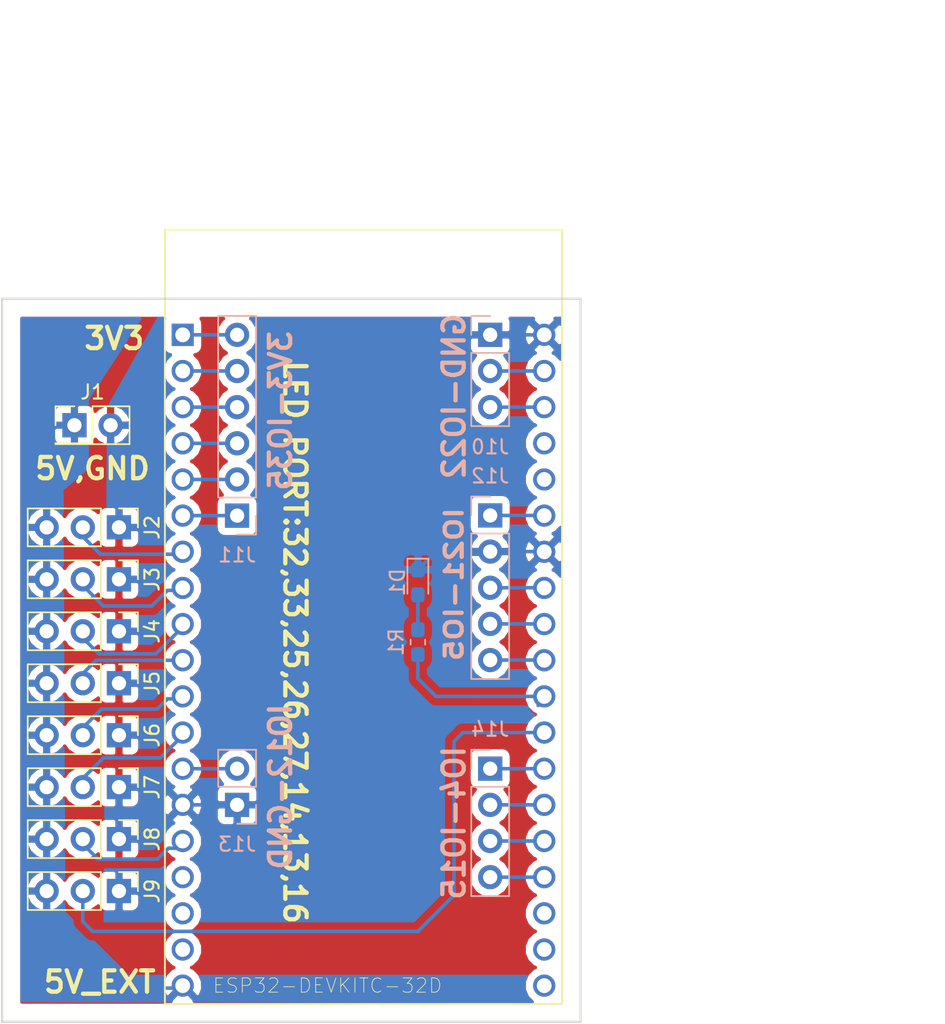
<source format=kicad_pcb>
(kicad_pcb (version 20171130) (host pcbnew "(5.0.2)-1")

  (general
    (thickness 1.6)
    (drawings 15)
    (tracks 92)
    (zones 0)
    (modules 17)
    (nets 30)
  )

  (page A4)
  (layers
    (0 F.Cu signal)
    (31 B.Cu signal)
    (32 B.Adhes user)
    (33 F.Adhes user)
    (34 B.Paste user)
    (35 F.Paste user)
    (36 B.SilkS user)
    (37 F.SilkS user)
    (38 B.Mask user)
    (39 F.Mask user)
    (40 Dwgs.User user)
    (41 Cmts.User user)
    (42 Eco1.User user)
    (43 Eco2.User user)
    (44 Edge.Cuts user)
    (45 Margin user)
    (46 B.CrtYd user)
    (47 F.CrtYd user)
    (48 B.Fab user)
    (49 F.Fab user)
  )

  (setup
    (last_trace_width 0.25)
    (trace_clearance 0.2)
    (zone_clearance 0.508)
    (zone_45_only no)
    (trace_min 0.2)
    (segment_width 0.2)
    (edge_width 0.15)
    (via_size 0.8)
    (via_drill 0.4)
    (via_min_size 0.4)
    (via_min_drill 0.3)
    (uvia_size 0.3)
    (uvia_drill 0.1)
    (uvias_allowed no)
    (uvia_min_size 0.2)
    (uvia_min_drill 0.1)
    (pcb_text_width 0.3)
    (pcb_text_size 1.5 1.5)
    (mod_edge_width 0.15)
    (mod_text_size 1 1)
    (mod_text_width 0.15)
    (pad_size 1.524 1.524)
    (pad_drill 0.762)
    (pad_to_mask_clearance 0.051)
    (solder_mask_min_width 0.25)
    (aux_axis_origin 0 0)
    (visible_elements 7FFFFFFF)
    (pcbplotparams
      (layerselection 0x010cc_ffffffff)
      (usegerberextensions false)
      (usegerberattributes false)
      (usegerberadvancedattributes false)
      (creategerberjobfile false)
      (excludeedgelayer true)
      (linewidth 0.020000)
      (plotframeref false)
      (viasonmask false)
      (mode 1)
      (useauxorigin false)
      (hpglpennumber 1)
      (hpglpenspeed 20)
      (hpglpendiameter 15.000000)
      (psnegative false)
      (psa4output false)
      (plotreference true)
      (plotvalue true)
      (plotinvisibletext false)
      (padsonsilk false)
      (subtractmaskfromsilk false)
      (outputformat 1)
      (mirror false)
      (drillshape 0)
      (scaleselection 1)
      (outputdirectory "gerv"))
  )

  (net 0 "")
  (net 1 GND)
  (net 2 "Net-(D1-Pad2)")
  (net 3 +5V)
  (net 4 /P1)
  (net 5 /P2)
  (net 6 /P3)
  (net 7 /P4)
  (net 8 /P5)
  (net 9 /P6)
  (net 10 /P7)
  (net 11 /P8)
  (net 12 /LED)
  (net 13 "Net-(J10-Pad2)")
  (net 14 "Net-(J10-Pad3)")
  (net 15 "Net-(J11-Pad1)")
  (net 16 "Net-(J11-Pad2)")
  (net 17 "Net-(J11-Pad3)")
  (net 18 "Net-(J11-Pad4)")
  (net 19 "Net-(J11-Pad5)")
  (net 20 "Net-(J11-Pad6)")
  (net 21 "Net-(J12-Pad1)")
  (net 22 "Net-(J12-Pad3)")
  (net 23 "Net-(J12-Pad4)")
  (net 24 "Net-(J12-Pad5)")
  (net 25 "Net-(J14-Pad1)")
  (net 26 "Net-(J14-Pad2)")
  (net 27 "Net-(J14-Pad3)")
  (net 28 "Net-(J14-Pad4)")
  (net 29 "Net-(J13-Pad2)")

  (net_class Default "これはデフォルトのネット クラスです。"
    (clearance 0.2)
    (trace_width 0.25)
    (via_dia 0.8)
    (via_drill 0.4)
    (uvia_dia 0.3)
    (uvia_drill 0.1)
    (add_net +5V)
    (add_net /LED)
    (add_net /P1)
    (add_net /P2)
    (add_net /P3)
    (add_net /P4)
    (add_net /P5)
    (add_net /P6)
    (add_net /P7)
    (add_net /P8)
    (add_net GND)
    (add_net "Net-(D1-Pad2)")
    (add_net "Net-(J10-Pad2)")
    (add_net "Net-(J10-Pad3)")
    (add_net "Net-(J11-Pad1)")
    (add_net "Net-(J11-Pad2)")
    (add_net "Net-(J11-Pad3)")
    (add_net "Net-(J11-Pad4)")
    (add_net "Net-(J11-Pad5)")
    (add_net "Net-(J11-Pad6)")
    (add_net "Net-(J12-Pad1)")
    (add_net "Net-(J12-Pad3)")
    (add_net "Net-(J12-Pad4)")
    (add_net "Net-(J12-Pad5)")
    (add_net "Net-(J13-Pad2)")
    (add_net "Net-(J14-Pad1)")
    (add_net "Net-(J14-Pad2)")
    (add_net "Net-(J14-Pad3)")
    (add_net "Net-(J14-Pad4)")
  )

  (module ESP32-DEVKITC-32D:MODULE_ESP32-DEVKITC-32D (layer F.Cu) (tedit 5DC609DA) (tstamp 5DD2B8D8)
    (at 120.6373 92.15)
    (path /5DC289E7)
    (fp_text reference U1 (at 1.7907 -17.982) (layer F.SilkS) hide
      (effects (font (size 1.00039 1.00039) (thickness 0.05)))
    )
    (fp_text value ESP32-DEVKITC-32D (at -2.5273 25.96) (layer F.SilkS)
      (effects (font (size 1.00105 1.00105) (thickness 0.05)))
    )
    (fp_line (start -13.95 -27.15) (end 13.95 -27.15) (layer Dwgs.User) (width 0.127))
    (fp_line (start 13.95 -27.15) (end 13.95 27.25) (layer Dwgs.User) (width 0.127))
    (fp_line (start 13.95 27.25) (end -13.95 27.25) (layer Dwgs.User) (width 0.127))
    (fp_line (start -13.95 27.25) (end -13.95 -27.15) (layer Dwgs.User) (width 0.127))
    (fp_line (start -13.95 27.25) (end -13.95 -27.15) (layer F.SilkS) (width 0.127))
    (fp_line (start -13.95 -27.15) (end 13.95 -27.15) (layer F.SilkS) (width 0.127))
    (fp_line (start 13.95 -27.15) (end 13.95 27.25) (layer F.SilkS) (width 0.127))
    (fp_line (start 13.95 27.25) (end -13.95 27.25) (layer F.SilkS) (width 0.127))
    (fp_line (start -14.2 -27.4) (end 14.2 -27.4) (layer Eco1.User) (width 0.05))
    (fp_line (start 14.2 -27.4) (end 14.2 27.5) (layer Eco1.User) (width 0.05))
    (fp_line (start 14.2 27.5) (end -14.2 27.5) (layer Eco1.User) (width 0.05))
    (fp_line (start -14.2 27.5) (end -14.2 -27.4) (layer Eco1.User) (width 0.05))
    (fp_circle (center -14.6 -19.9) (end -14.46 -19.9) (layer Dwgs.User) (width 0.28))
    (fp_circle (center -14.6 -19.9) (end -14.46 -19.9) (layer Dwgs.User) (width 0.28))
    (pad 1 thru_hole rect (at -12.7 -19.76) (size 1.56 1.56) (drill 1.04) (layers *.Cu *.Mask)
      (net 20 "Net-(J11-Pad6)"))
    (pad 2 thru_hole circle (at -12.7 -17.22) (size 1.56 1.56) (drill 1.04) (layers *.Cu *.Mask)
      (net 19 "Net-(J11-Pad5)"))
    (pad 19 thru_hole circle (at -12.7 25.96) (size 1.56 1.56) (drill 1.04) (layers *.Cu *.Mask)
      (net 3 +5V))
    (pad 3 thru_hole circle (at -12.7 -14.68) (size 1.56 1.56) (drill 1.04) (layers *.Cu *.Mask)
      (net 18 "Net-(J11-Pad4)"))
    (pad 4 thru_hole circle (at -12.7 -12.14) (size 1.56 1.56) (drill 1.04) (layers *.Cu *.Mask)
      (net 17 "Net-(J11-Pad3)"))
    (pad 5 thru_hole circle (at -12.7 -9.6) (size 1.56 1.56) (drill 1.04) (layers *.Cu *.Mask)
      (net 16 "Net-(J11-Pad2)"))
    (pad 6 thru_hole circle (at -12.7 -7.06) (size 1.56 1.56) (drill 1.04) (layers *.Cu *.Mask)
      (net 15 "Net-(J11-Pad1)"))
    (pad 7 thru_hole circle (at -12.7 -4.52) (size 1.56 1.56) (drill 1.04) (layers *.Cu *.Mask)
      (net 4 /P1))
    (pad 8 thru_hole circle (at -12.7 -1.98) (size 1.56 1.56) (drill 1.04) (layers *.Cu *.Mask)
      (net 5 /P2))
    (pad 9 thru_hole circle (at -12.7 0.56) (size 1.56 1.56) (drill 1.04) (layers *.Cu *.Mask)
      (net 6 /P3))
    (pad 10 thru_hole circle (at -12.7 3.1) (size 1.56 1.56) (drill 1.04) (layers *.Cu *.Mask)
      (net 7 /P4))
    (pad 11 thru_hole circle (at -12.7 5.64) (size 1.56 1.56) (drill 1.04) (layers *.Cu *.Mask)
      (net 8 /P5))
    (pad 12 thru_hole circle (at -12.7 8.18) (size 1.56 1.56) (drill 1.04) (layers *.Cu *.Mask)
      (net 9 /P6))
    (pad 13 thru_hole circle (at -12.7 10.72) (size 1.56 1.56) (drill 1.04) (layers *.Cu *.Mask)
      (net 29 "Net-(J13-Pad2)"))
    (pad 14 thru_hole circle (at -12.7 13.26) (size 1.56 1.56) (drill 1.04) (layers *.Cu *.Mask)
      (net 1 GND))
    (pad 15 thru_hole circle (at -12.7 15.8) (size 1.56 1.56) (drill 1.04) (layers *.Cu *.Mask)
      (net 10 /P7))
    (pad 16 thru_hole circle (at -12.7 18.34) (size 1.56 1.56) (drill 1.04) (layers *.Cu *.Mask))
    (pad 17 thru_hole circle (at -12.7 20.88) (size 1.56 1.56) (drill 1.04) (layers *.Cu *.Mask))
    (pad 18 thru_hole circle (at -12.7 23.42) (size 1.56 1.56) (drill 1.04) (layers *.Cu *.Mask))
    (pad 20 thru_hole circle (at 12.7 -19.76) (size 1.56 1.56) (drill 1.04) (layers *.Cu *.Mask)
      (net 1 GND))
    (pad 21 thru_hole circle (at 12.7 -17.22) (size 1.56 1.56) (drill 1.04) (layers *.Cu *.Mask)
      (net 13 "Net-(J10-Pad2)"))
    (pad 22 thru_hole circle (at 12.7 -14.68) (size 1.56 1.56) (drill 1.04) (layers *.Cu *.Mask)
      (net 14 "Net-(J10-Pad3)"))
    (pad 23 thru_hole circle (at 12.7 -12.14) (size 1.56 1.56) (drill 1.04) (layers *.Cu *.Mask))
    (pad 24 thru_hole circle (at 12.7 -9.6) (size 1.56 1.56) (drill 1.04) (layers *.Cu *.Mask))
    (pad 25 thru_hole circle (at 12.7 -7.06) (size 1.56 1.56) (drill 1.04) (layers *.Cu *.Mask)
      (net 21 "Net-(J12-Pad1)"))
    (pad 26 thru_hole circle (at 12.7 -4.52) (size 1.56 1.56) (drill 1.04) (layers *.Cu *.Mask)
      (net 1 GND))
    (pad 27 thru_hole circle (at 12.7 -1.98) (size 1.56 1.56) (drill 1.04) (layers *.Cu *.Mask)
      (net 22 "Net-(J12-Pad3)"))
    (pad 28 thru_hole circle (at 12.7 0.56) (size 1.56 1.56) (drill 1.04) (layers *.Cu *.Mask)
      (net 23 "Net-(J12-Pad4)"))
    (pad 29 thru_hole circle (at 12.7 3.1) (size 1.56 1.56) (drill 1.04) (layers *.Cu *.Mask)
      (net 24 "Net-(J12-Pad5)"))
    (pad 30 thru_hole circle (at 12.7 5.64) (size 1.56 1.56) (drill 1.04) (layers *.Cu *.Mask)
      (net 12 /LED))
    (pad 31 thru_hole circle (at 12.7 8.18) (size 1.56 1.56) (drill 1.04) (layers *.Cu *.Mask)
      (net 11 /P8))
    (pad 32 thru_hole circle (at 12.7 10.72) (size 1.56 1.56) (drill 1.04) (layers *.Cu *.Mask)
      (net 25 "Net-(J14-Pad1)"))
    (pad 33 thru_hole circle (at 12.7 13.26) (size 1.56 1.56) (drill 1.04) (layers *.Cu *.Mask)
      (net 26 "Net-(J14-Pad2)"))
    (pad 34 thru_hole circle (at 12.7 15.8) (size 1.56 1.56) (drill 1.04) (layers *.Cu *.Mask)
      (net 27 "Net-(J14-Pad3)"))
    (pad 35 thru_hole circle (at 12.7 18.34) (size 1.56 1.56) (drill 1.04) (layers *.Cu *.Mask)
      (net 28 "Net-(J14-Pad4)"))
    (pad 36 thru_hole circle (at 12.7 20.88) (size 1.56 1.56) (drill 1.04) (layers *.Cu *.Mask))
    (pad 37 thru_hole circle (at 12.7 23.42) (size 1.56 1.56) (drill 1.04) (layers *.Cu *.Mask))
    (pad 38 thru_hole circle (at 12.7 25.96) (size 1.56 1.56) (drill 1.04) (layers *.Cu *.Mask))
  )

  (module LED_SMD:LED_0603_1608Metric_Pad1.05x0.95mm_HandSolder (layer B.Cu) (tedit 5B4B45C9) (tstamp 5DDB60FF)
    (at 124.46 89.775 270)
    (descr "LED SMD 0603 (1608 Metric), square (rectangular) end terminal, IPC_7351 nominal, (Body size source: http://www.tortai-tech.com/upload/download/2011102023233369053.pdf), generated with kicad-footprint-generator")
    (tags "LED handsolder")
    (path /5DC297C9)
    (attr smd)
    (fp_text reference D1 (at 0 1.43 270) (layer B.SilkS)
      (effects (font (size 1 1) (thickness 0.15)) (justify mirror))
    )
    (fp_text value LED (at 0 -1.43 270) (layer B.Fab)
      (effects (font (size 1 1) (thickness 0.15)) (justify mirror))
    )
    (fp_line (start 0.8 0.4) (end -0.5 0.4) (layer B.Fab) (width 0.1))
    (fp_line (start -0.5 0.4) (end -0.8 0.1) (layer B.Fab) (width 0.1))
    (fp_line (start -0.8 0.1) (end -0.8 -0.4) (layer B.Fab) (width 0.1))
    (fp_line (start -0.8 -0.4) (end 0.8 -0.4) (layer B.Fab) (width 0.1))
    (fp_line (start 0.8 -0.4) (end 0.8 0.4) (layer B.Fab) (width 0.1))
    (fp_line (start 0.8 0.735) (end -1.66 0.735) (layer B.SilkS) (width 0.12))
    (fp_line (start -1.66 0.735) (end -1.66 -0.735) (layer B.SilkS) (width 0.12))
    (fp_line (start -1.66 -0.735) (end 0.8 -0.735) (layer B.SilkS) (width 0.12))
    (fp_line (start -1.65 -0.73) (end -1.65 0.73) (layer B.CrtYd) (width 0.05))
    (fp_line (start -1.65 0.73) (end 1.65 0.73) (layer B.CrtYd) (width 0.05))
    (fp_line (start 1.65 0.73) (end 1.65 -0.73) (layer B.CrtYd) (width 0.05))
    (fp_line (start 1.65 -0.73) (end -1.65 -0.73) (layer B.CrtYd) (width 0.05))
    (fp_text user %R (at 0 0 270) (layer F.Fab)
      (effects (font (size 0.4 0.4) (thickness 0.06)))
    )
    (pad 1 smd roundrect (at -0.875 0 270) (size 1.05 0.95) (layers B.Cu B.Paste B.Mask) (roundrect_rratio 0.25)
      (net 1 GND))
    (pad 2 smd roundrect (at 0.875 0 270) (size 1.05 0.95) (layers B.Cu B.Paste B.Mask) (roundrect_rratio 0.25)
      (net 2 "Net-(D1-Pad2)"))
    (model ${KISYS3DMOD}/LED_SMD.3dshapes/LED_0603_1608Metric.wrl
      (at (xyz 0 0 0))
      (scale (xyz 1 1 1))
      (rotate (xyz 0 0 0))
    )
  )

  (module Connector_PinHeader_2.54mm:PinHeader_2x01_P2.54mm_Vertical (layer F.Cu) (tedit 59FED5CC) (tstamp 5DDB65C0)
    (at 100.33 78.74)
    (descr "Through hole straight pin header, 2x01, 2.54mm pitch, double rows")
    (tags "Through hole pin header THT 2x01 2.54mm double row")
    (path /5DC29C50)
    (fp_text reference J1 (at 1.27 -2.33) (layer F.SilkS)
      (effects (font (size 1 1) (thickness 0.15)))
    )
    (fp_text value 5V+ (at 1.27 2.33) (layer F.Fab)
      (effects (font (size 1 1) (thickness 0.15)))
    )
    (fp_line (start 0 -1.27) (end 3.81 -1.27) (layer F.Fab) (width 0.1))
    (fp_line (start 3.81 -1.27) (end 3.81 1.27) (layer F.Fab) (width 0.1))
    (fp_line (start 3.81 1.27) (end -1.27 1.27) (layer F.Fab) (width 0.1))
    (fp_line (start -1.27 1.27) (end -1.27 0) (layer F.Fab) (width 0.1))
    (fp_line (start -1.27 0) (end 0 -1.27) (layer F.Fab) (width 0.1))
    (fp_line (start -1.33 1.33) (end 3.87 1.33) (layer F.SilkS) (width 0.12))
    (fp_line (start -1.33 1.27) (end -1.33 1.33) (layer F.SilkS) (width 0.12))
    (fp_line (start 3.87 -1.33) (end 3.87 1.33) (layer F.SilkS) (width 0.12))
    (fp_line (start -1.33 1.27) (end 1.27 1.27) (layer F.SilkS) (width 0.12))
    (fp_line (start 1.27 1.27) (end 1.27 -1.33) (layer F.SilkS) (width 0.12))
    (fp_line (start 1.27 -1.33) (end 3.87 -1.33) (layer F.SilkS) (width 0.12))
    (fp_line (start -1.33 0) (end -1.33 -1.33) (layer F.SilkS) (width 0.12))
    (fp_line (start -1.33 -1.33) (end 0 -1.33) (layer F.SilkS) (width 0.12))
    (fp_line (start -1.8 -1.8) (end -1.8 1.8) (layer F.CrtYd) (width 0.05))
    (fp_line (start -1.8 1.8) (end 4.35 1.8) (layer F.CrtYd) (width 0.05))
    (fp_line (start 4.35 1.8) (end 4.35 -1.8) (layer F.CrtYd) (width 0.05))
    (fp_line (start 4.35 -1.8) (end -1.8 -1.8) (layer F.CrtYd) (width 0.05))
    (fp_text user %R (at 1.27 0 90) (layer F.Fab)
      (effects (font (size 1 1) (thickness 0.15)))
    )
    (pad 1 thru_hole rect (at 0 0) (size 1.7 1.7) (drill 1) (layers *.Cu *.Mask)
      (net 3 +5V))
    (pad 2 thru_hole oval (at 2.54 0) (size 1.7 1.7) (drill 1) (layers *.Cu *.Mask)
      (net 1 GND))
    (model ${KISYS3DMOD}/Connector_PinHeader_2.54mm.3dshapes/PinHeader_2x01_P2.54mm_Vertical.wrl
      (at (xyz 0 0 0))
      (scale (xyz 1 1 1))
      (rotate (xyz 0 0 0))
    )
  )

  (module Connector_PinHeader_2.54mm:PinHeader_1x03_P2.54mm_Vertical (layer F.Cu) (tedit 5DC60B5D) (tstamp 5DDB612E)
    (at 103.457999 85.916001 270)
    (descr "Through hole straight pin header, 1x03, 2.54mm pitch, single row")
    (tags "Through hole pin header THT 1x03 2.54mm single row")
    (path /5DC29148)
    (fp_text reference J2 (at 0 -2.33 270) (layer F.SilkS)
      (effects (font (size 1 1) (thickness 0.15)))
    )
    (fp_text value 32 (at -2.096001 -1.698001) (layer F.Fab)
      (effects (font (size 1 1) (thickness 0.15)))
    )
    (fp_line (start -0.635 -1.27) (end 1.27 -1.27) (layer F.Fab) (width 0.1))
    (fp_line (start 1.27 -1.27) (end 1.27 6.35) (layer F.Fab) (width 0.1))
    (fp_line (start 1.27 6.35) (end -1.27 6.35) (layer F.Fab) (width 0.1))
    (fp_line (start -1.27 6.35) (end -1.27 -0.635) (layer F.Fab) (width 0.1))
    (fp_line (start -1.27 -0.635) (end -0.635 -1.27) (layer F.Fab) (width 0.1))
    (fp_line (start -1.33 6.41) (end 1.33 6.41) (layer F.SilkS) (width 0.12))
    (fp_line (start -1.33 1.27) (end -1.33 6.41) (layer F.SilkS) (width 0.12))
    (fp_line (start 1.33 1.27) (end 1.33 6.41) (layer F.SilkS) (width 0.12))
    (fp_line (start -1.33 1.27) (end 1.33 1.27) (layer F.SilkS) (width 0.12))
    (fp_line (start -1.33 0) (end -1.33 -1.33) (layer F.SilkS) (width 0.12))
    (fp_line (start -1.33 -1.33) (end 0 -1.33) (layer F.SilkS) (width 0.12))
    (fp_line (start -1.8 -1.8) (end -1.8 6.85) (layer F.CrtYd) (width 0.05))
    (fp_line (start -1.8 6.85) (end 1.8 6.85) (layer F.CrtYd) (width 0.05))
    (fp_line (start 1.8 6.85) (end 1.8 -1.8) (layer F.CrtYd) (width 0.05))
    (fp_line (start 1.8 -1.8) (end -1.8 -1.8) (layer F.CrtYd) (width 0.05))
    (fp_text user %R (at 0 2.54) (layer F.Fab)
      (effects (font (size 1 1) (thickness 0.15)))
    )
    (pad 1 thru_hole rect (at 0 0 270) (size 1.7 1.7) (drill 1) (layers *.Cu *.Mask)
      (net 1 GND))
    (pad 2 thru_hole oval (at 0 2.54 270) (size 1.7 1.7) (drill 1) (layers *.Cu *.Mask)
      (net 4 /P1))
    (pad 3 thru_hole oval (at 0 5.08 270) (size 1.7 1.7) (drill 1) (layers *.Cu *.Mask)
      (net 3 +5V))
    (model ${KISYS3DMOD}/Connector_PinHeader_2.54mm.3dshapes/PinHeader_1x03_P2.54mm_Vertical.wrl
      (at (xyz 0 0 0))
      (scale (xyz 1 1 1))
      (rotate (xyz 0 0 0))
    )
  )

  (module Connector_PinHeader_2.54mm:PinHeader_1x03_P2.54mm_Vertical (layer F.Cu) (tedit 59FED5CC) (tstamp 5DDB6145)
    (at 103.457999 89.566001 270)
    (descr "Through hole straight pin header, 1x03, 2.54mm pitch, single row")
    (tags "Through hole pin header THT 1x03 2.54mm single row")
    (path /5DC29178)
    (fp_text reference J3 (at 0 -2.33 270) (layer F.SilkS)
      (effects (font (size 1 1) (thickness 0.15)))
    )
    (fp_text value 33 (at -1.682001 -2.206001) (layer F.Fab)
      (effects (font (size 1 1) (thickness 0.15)))
    )
    (fp_text user %R (at 0 2.54) (layer F.Fab)
      (effects (font (size 1 1) (thickness 0.15)))
    )
    (fp_line (start 1.8 -1.8) (end -1.8 -1.8) (layer F.CrtYd) (width 0.05))
    (fp_line (start 1.8 6.85) (end 1.8 -1.8) (layer F.CrtYd) (width 0.05))
    (fp_line (start -1.8 6.85) (end 1.8 6.85) (layer F.CrtYd) (width 0.05))
    (fp_line (start -1.8 -1.8) (end -1.8 6.85) (layer F.CrtYd) (width 0.05))
    (fp_line (start -1.33 -1.33) (end 0 -1.33) (layer F.SilkS) (width 0.12))
    (fp_line (start -1.33 0) (end -1.33 -1.33) (layer F.SilkS) (width 0.12))
    (fp_line (start -1.33 1.27) (end 1.33 1.27) (layer F.SilkS) (width 0.12))
    (fp_line (start 1.33 1.27) (end 1.33 6.41) (layer F.SilkS) (width 0.12))
    (fp_line (start -1.33 1.27) (end -1.33 6.41) (layer F.SilkS) (width 0.12))
    (fp_line (start -1.33 6.41) (end 1.33 6.41) (layer F.SilkS) (width 0.12))
    (fp_line (start -1.27 -0.635) (end -0.635 -1.27) (layer F.Fab) (width 0.1))
    (fp_line (start -1.27 6.35) (end -1.27 -0.635) (layer F.Fab) (width 0.1))
    (fp_line (start 1.27 6.35) (end -1.27 6.35) (layer F.Fab) (width 0.1))
    (fp_line (start 1.27 -1.27) (end 1.27 6.35) (layer F.Fab) (width 0.1))
    (fp_line (start -0.635 -1.27) (end 1.27 -1.27) (layer F.Fab) (width 0.1))
    (pad 3 thru_hole oval (at 0 5.08 270) (size 1.7 1.7) (drill 1) (layers *.Cu *.Mask)
      (net 3 +5V))
    (pad 2 thru_hole oval (at 0 2.54 270) (size 1.7 1.7) (drill 1) (layers *.Cu *.Mask)
      (net 5 /P2))
    (pad 1 thru_hole rect (at 0 0 270) (size 1.7 1.7) (drill 1) (layers *.Cu *.Mask)
      (net 1 GND))
    (model ${KISYS3DMOD}/Connector_PinHeader_2.54mm.3dshapes/PinHeader_1x03_P2.54mm_Vertical.wrl
      (at (xyz 0 0 0))
      (scale (xyz 1 1 1))
      (rotate (xyz 0 0 0))
    )
  )

  (module Connector_PinHeader_2.54mm:PinHeader_1x03_P2.54mm_Vertical (layer F.Cu) (tedit 59FED5CC) (tstamp 5DDB615C)
    (at 103.457999 93.216001 270)
    (descr "Through hole straight pin header, 1x03, 2.54mm pitch, single row")
    (tags "Through hole pin header THT 1x03 2.54mm single row")
    (path /5DC291B9)
    (fp_text reference J4 (at 0 -2.33 270) (layer F.SilkS)
      (effects (font (size 1 1) (thickness 0.15)))
    )
    (fp_text value 25 (at 0 7.41 270) (layer F.Fab)
      (effects (font (size 1 1) (thickness 0.15)))
    )
    (fp_line (start -0.635 -1.27) (end 1.27 -1.27) (layer F.Fab) (width 0.1))
    (fp_line (start 1.27 -1.27) (end 1.27 6.35) (layer F.Fab) (width 0.1))
    (fp_line (start 1.27 6.35) (end -1.27 6.35) (layer F.Fab) (width 0.1))
    (fp_line (start -1.27 6.35) (end -1.27 -0.635) (layer F.Fab) (width 0.1))
    (fp_line (start -1.27 -0.635) (end -0.635 -1.27) (layer F.Fab) (width 0.1))
    (fp_line (start -1.33 6.41) (end 1.33 6.41) (layer F.SilkS) (width 0.12))
    (fp_line (start -1.33 1.27) (end -1.33 6.41) (layer F.SilkS) (width 0.12))
    (fp_line (start 1.33 1.27) (end 1.33 6.41) (layer F.SilkS) (width 0.12))
    (fp_line (start -1.33 1.27) (end 1.33 1.27) (layer F.SilkS) (width 0.12))
    (fp_line (start -1.33 0) (end -1.33 -1.33) (layer F.SilkS) (width 0.12))
    (fp_line (start -1.33 -1.33) (end 0 -1.33) (layer F.SilkS) (width 0.12))
    (fp_line (start -1.8 -1.8) (end -1.8 6.85) (layer F.CrtYd) (width 0.05))
    (fp_line (start -1.8 6.85) (end 1.8 6.85) (layer F.CrtYd) (width 0.05))
    (fp_line (start 1.8 6.85) (end 1.8 -1.8) (layer F.CrtYd) (width 0.05))
    (fp_line (start 1.8 -1.8) (end -1.8 -1.8) (layer F.CrtYd) (width 0.05))
    (fp_text user %R (at 0 2.54) (layer F.Fab)
      (effects (font (size 1 1) (thickness 0.15)))
    )
    (pad 1 thru_hole rect (at 0 0 270) (size 1.7 1.7) (drill 1) (layers *.Cu *.Mask)
      (net 1 GND))
    (pad 2 thru_hole oval (at 0 2.54 270) (size 1.7 1.7) (drill 1) (layers *.Cu *.Mask)
      (net 6 /P3))
    (pad 3 thru_hole oval (at 0 5.08 270) (size 1.7 1.7) (drill 1) (layers *.Cu *.Mask)
      (net 3 +5V))
    (model ${KISYS3DMOD}/Connector_PinHeader_2.54mm.3dshapes/PinHeader_1x03_P2.54mm_Vertical.wrl
      (at (xyz 0 0 0))
      (scale (xyz 1 1 1))
      (rotate (xyz 0 0 0))
    )
  )

  (module Connector_PinHeader_2.54mm:PinHeader_1x03_P2.54mm_Vertical (layer F.Cu) (tedit 59FED5CC) (tstamp 5DDB6173)
    (at 103.457999 96.866001 270)
    (descr "Through hole straight pin header, 1x03, 2.54mm pitch, single row")
    (tags "Through hole pin header THT 1x03 2.54mm single row")
    (path /5DC291F1)
    (fp_text reference J5 (at 0 -2.33 270) (layer F.SilkS)
      (effects (font (size 1 1) (thickness 0.15)))
    )
    (fp_text value 26 (at 0 7.41 270) (layer F.Fab)
      (effects (font (size 1 1) (thickness 0.15)))
    )
    (fp_text user %R (at 0 2.54) (layer F.Fab)
      (effects (font (size 1 1) (thickness 0.15)))
    )
    (fp_line (start 1.8 -1.8) (end -1.8 -1.8) (layer F.CrtYd) (width 0.05))
    (fp_line (start 1.8 6.85) (end 1.8 -1.8) (layer F.CrtYd) (width 0.05))
    (fp_line (start -1.8 6.85) (end 1.8 6.85) (layer F.CrtYd) (width 0.05))
    (fp_line (start -1.8 -1.8) (end -1.8 6.85) (layer F.CrtYd) (width 0.05))
    (fp_line (start -1.33 -1.33) (end 0 -1.33) (layer F.SilkS) (width 0.12))
    (fp_line (start -1.33 0) (end -1.33 -1.33) (layer F.SilkS) (width 0.12))
    (fp_line (start -1.33 1.27) (end 1.33 1.27) (layer F.SilkS) (width 0.12))
    (fp_line (start 1.33 1.27) (end 1.33 6.41) (layer F.SilkS) (width 0.12))
    (fp_line (start -1.33 1.27) (end -1.33 6.41) (layer F.SilkS) (width 0.12))
    (fp_line (start -1.33 6.41) (end 1.33 6.41) (layer F.SilkS) (width 0.12))
    (fp_line (start -1.27 -0.635) (end -0.635 -1.27) (layer F.Fab) (width 0.1))
    (fp_line (start -1.27 6.35) (end -1.27 -0.635) (layer F.Fab) (width 0.1))
    (fp_line (start 1.27 6.35) (end -1.27 6.35) (layer F.Fab) (width 0.1))
    (fp_line (start 1.27 -1.27) (end 1.27 6.35) (layer F.Fab) (width 0.1))
    (fp_line (start -0.635 -1.27) (end 1.27 -1.27) (layer F.Fab) (width 0.1))
    (pad 3 thru_hole oval (at 0 5.08 270) (size 1.7 1.7) (drill 1) (layers *.Cu *.Mask)
      (net 3 +5V))
    (pad 2 thru_hole oval (at 0 2.54 270) (size 1.7 1.7) (drill 1) (layers *.Cu *.Mask)
      (net 7 /P4))
    (pad 1 thru_hole rect (at 0 0 270) (size 1.7 1.7) (drill 1) (layers *.Cu *.Mask)
      (net 1 GND))
    (model ${KISYS3DMOD}/Connector_PinHeader_2.54mm.3dshapes/PinHeader_1x03_P2.54mm_Vertical.wrl
      (at (xyz 0 0 0))
      (scale (xyz 1 1 1))
      (rotate (xyz 0 0 0))
    )
  )

  (module Connector_PinHeader_2.54mm:PinHeader_1x03_P2.54mm_Vertical (layer F.Cu) (tedit 59FED5CC) (tstamp 5DDB618A)
    (at 103.457999 100.516001 270)
    (descr "Through hole straight pin header, 1x03, 2.54mm pitch, single row")
    (tags "Through hole pin header THT 1x03 2.54mm single row")
    (path /5DC29314)
    (fp_text reference J6 (at 0 -2.33 270) (layer F.SilkS)
      (effects (font (size 1 1) (thickness 0.15)))
    )
    (fp_text value 27 (at 0 7.41 270) (layer F.Fab)
      (effects (font (size 1 1) (thickness 0.15)))
    )
    (fp_line (start -0.635 -1.27) (end 1.27 -1.27) (layer F.Fab) (width 0.1))
    (fp_line (start 1.27 -1.27) (end 1.27 6.35) (layer F.Fab) (width 0.1))
    (fp_line (start 1.27 6.35) (end -1.27 6.35) (layer F.Fab) (width 0.1))
    (fp_line (start -1.27 6.35) (end -1.27 -0.635) (layer F.Fab) (width 0.1))
    (fp_line (start -1.27 -0.635) (end -0.635 -1.27) (layer F.Fab) (width 0.1))
    (fp_line (start -1.33 6.41) (end 1.33 6.41) (layer F.SilkS) (width 0.12))
    (fp_line (start -1.33 1.27) (end -1.33 6.41) (layer F.SilkS) (width 0.12))
    (fp_line (start 1.33 1.27) (end 1.33 6.41) (layer F.SilkS) (width 0.12))
    (fp_line (start -1.33 1.27) (end 1.33 1.27) (layer F.SilkS) (width 0.12))
    (fp_line (start -1.33 0) (end -1.33 -1.33) (layer F.SilkS) (width 0.12))
    (fp_line (start -1.33 -1.33) (end 0 -1.33) (layer F.SilkS) (width 0.12))
    (fp_line (start -1.8 -1.8) (end -1.8 6.85) (layer F.CrtYd) (width 0.05))
    (fp_line (start -1.8 6.85) (end 1.8 6.85) (layer F.CrtYd) (width 0.05))
    (fp_line (start 1.8 6.85) (end 1.8 -1.8) (layer F.CrtYd) (width 0.05))
    (fp_line (start 1.8 -1.8) (end -1.8 -1.8) (layer F.CrtYd) (width 0.05))
    (fp_text user %R (at 0 2.54) (layer F.Fab)
      (effects (font (size 1 1) (thickness 0.15)))
    )
    (pad 1 thru_hole rect (at 0 0 270) (size 1.7 1.7) (drill 1) (layers *.Cu *.Mask)
      (net 1 GND))
    (pad 2 thru_hole oval (at 0 2.54 270) (size 1.7 1.7) (drill 1) (layers *.Cu *.Mask)
      (net 8 /P5))
    (pad 3 thru_hole oval (at 0 5.08 270) (size 1.7 1.7) (drill 1) (layers *.Cu *.Mask)
      (net 3 +5V))
    (model ${KISYS3DMOD}/Connector_PinHeader_2.54mm.3dshapes/PinHeader_1x03_P2.54mm_Vertical.wrl
      (at (xyz 0 0 0))
      (scale (xyz 1 1 1))
      (rotate (xyz 0 0 0))
    )
  )

  (module Connector_PinHeader_2.54mm:PinHeader_1x03_P2.54mm_Vertical (layer F.Cu) (tedit 59FED5CC) (tstamp 5DDB61A1)
    (at 103.457999 104.166001 270)
    (descr "Through hole straight pin header, 1x03, 2.54mm pitch, single row")
    (tags "Through hole pin header THT 1x03 2.54mm single row")
    (path /5DC29327)
    (fp_text reference J7 (at 0 -2.33 270) (layer F.SilkS)
      (effects (font (size 1 1) (thickness 0.15)))
    )
    (fp_text value 14 (at 0 7.41 270) (layer F.Fab)
      (effects (font (size 1 1) (thickness 0.15)))
    )
    (fp_text user %R (at 0 2.54) (layer F.Fab)
      (effects (font (size 1 1) (thickness 0.15)))
    )
    (fp_line (start 1.8 -1.8) (end -1.8 -1.8) (layer F.CrtYd) (width 0.05))
    (fp_line (start 1.8 6.85) (end 1.8 -1.8) (layer F.CrtYd) (width 0.05))
    (fp_line (start -1.8 6.85) (end 1.8 6.85) (layer F.CrtYd) (width 0.05))
    (fp_line (start -1.8 -1.8) (end -1.8 6.85) (layer F.CrtYd) (width 0.05))
    (fp_line (start -1.33 -1.33) (end 0 -1.33) (layer F.SilkS) (width 0.12))
    (fp_line (start -1.33 0) (end -1.33 -1.33) (layer F.SilkS) (width 0.12))
    (fp_line (start -1.33 1.27) (end 1.33 1.27) (layer F.SilkS) (width 0.12))
    (fp_line (start 1.33 1.27) (end 1.33 6.41) (layer F.SilkS) (width 0.12))
    (fp_line (start -1.33 1.27) (end -1.33 6.41) (layer F.SilkS) (width 0.12))
    (fp_line (start -1.33 6.41) (end 1.33 6.41) (layer F.SilkS) (width 0.12))
    (fp_line (start -1.27 -0.635) (end -0.635 -1.27) (layer F.Fab) (width 0.1))
    (fp_line (start -1.27 6.35) (end -1.27 -0.635) (layer F.Fab) (width 0.1))
    (fp_line (start 1.27 6.35) (end -1.27 6.35) (layer F.Fab) (width 0.1))
    (fp_line (start 1.27 -1.27) (end 1.27 6.35) (layer F.Fab) (width 0.1))
    (fp_line (start -0.635 -1.27) (end 1.27 -1.27) (layer F.Fab) (width 0.1))
    (pad 3 thru_hole oval (at 0 5.08 270) (size 1.7 1.7) (drill 1) (layers *.Cu *.Mask)
      (net 3 +5V))
    (pad 2 thru_hole oval (at 0 2.54 270) (size 1.7 1.7) (drill 1) (layers *.Cu *.Mask)
      (net 9 /P6))
    (pad 1 thru_hole rect (at 0 0 270) (size 1.7 1.7) (drill 1) (layers *.Cu *.Mask)
      (net 1 GND))
    (model ${KISYS3DMOD}/Connector_PinHeader_2.54mm.3dshapes/PinHeader_1x03_P2.54mm_Vertical.wrl
      (at (xyz 0 0 0))
      (scale (xyz 1 1 1))
      (rotate (xyz 0 0 0))
    )
  )

  (module Connector_PinHeader_2.54mm:PinHeader_1x03_P2.54mm_Vertical (layer F.Cu) (tedit 59FED5CC) (tstamp 5DDB61B8)
    (at 103.457999 107.816001 270)
    (descr "Through hole straight pin header, 1x03, 2.54mm pitch, single row")
    (tags "Through hole pin header THT 1x03 2.54mm single row")
    (path /5DC2933A)
    (fp_text reference J8 (at 0 -2.33 270) (layer F.SilkS)
      (effects (font (size 1 1) (thickness 0.15)))
    )
    (fp_text value 13 (at 0 7.41 270) (layer F.Fab)
      (effects (font (size 1 1) (thickness 0.15)))
    )
    (fp_line (start -0.635 -1.27) (end 1.27 -1.27) (layer F.Fab) (width 0.1))
    (fp_line (start 1.27 -1.27) (end 1.27 6.35) (layer F.Fab) (width 0.1))
    (fp_line (start 1.27 6.35) (end -1.27 6.35) (layer F.Fab) (width 0.1))
    (fp_line (start -1.27 6.35) (end -1.27 -0.635) (layer F.Fab) (width 0.1))
    (fp_line (start -1.27 -0.635) (end -0.635 -1.27) (layer F.Fab) (width 0.1))
    (fp_line (start -1.33 6.41) (end 1.33 6.41) (layer F.SilkS) (width 0.12))
    (fp_line (start -1.33 1.27) (end -1.33 6.41) (layer F.SilkS) (width 0.12))
    (fp_line (start 1.33 1.27) (end 1.33 6.41) (layer F.SilkS) (width 0.12))
    (fp_line (start -1.33 1.27) (end 1.33 1.27) (layer F.SilkS) (width 0.12))
    (fp_line (start -1.33 0) (end -1.33 -1.33) (layer F.SilkS) (width 0.12))
    (fp_line (start -1.33 -1.33) (end 0 -1.33) (layer F.SilkS) (width 0.12))
    (fp_line (start -1.8 -1.8) (end -1.8 6.85) (layer F.CrtYd) (width 0.05))
    (fp_line (start -1.8 6.85) (end 1.8 6.85) (layer F.CrtYd) (width 0.05))
    (fp_line (start 1.8 6.85) (end 1.8 -1.8) (layer F.CrtYd) (width 0.05))
    (fp_line (start 1.8 -1.8) (end -1.8 -1.8) (layer F.CrtYd) (width 0.05))
    (fp_text user %R (at 0 2.54) (layer F.Fab)
      (effects (font (size 1 1) (thickness 0.15)))
    )
    (pad 1 thru_hole rect (at 0 0 270) (size 1.7 1.7) (drill 1) (layers *.Cu *.Mask)
      (net 1 GND))
    (pad 2 thru_hole oval (at 0 2.54 270) (size 1.7 1.7) (drill 1) (layers *.Cu *.Mask)
      (net 10 /P7))
    (pad 3 thru_hole oval (at 0 5.08 270) (size 1.7 1.7) (drill 1) (layers *.Cu *.Mask)
      (net 3 +5V))
    (model ${KISYS3DMOD}/Connector_PinHeader_2.54mm.3dshapes/PinHeader_1x03_P2.54mm_Vertical.wrl
      (at (xyz 0 0 0))
      (scale (xyz 1 1 1))
      (rotate (xyz 0 0 0))
    )
  )

  (module Connector_PinHeader_2.54mm:PinHeader_1x03_P2.54mm_Vertical (layer F.Cu) (tedit 59FED5CC) (tstamp 5DDB61CF)
    (at 103.457999 111.466001 270)
    (descr "Through hole straight pin header, 1x03, 2.54mm pitch, single row")
    (tags "Through hole pin header THT 1x03 2.54mm single row")
    (path /5DC2934D)
    (fp_text reference J9 (at 0 -2.33 270) (layer F.SilkS)
      (effects (font (size 1 1) (thickness 0.15)))
    )
    (fp_text value 16 (at 0 7.41 270) (layer F.Fab)
      (effects (font (size 1 1) (thickness 0.15)))
    )
    (fp_text user %R (at 0 2.54) (layer F.Fab)
      (effects (font (size 1 1) (thickness 0.15)))
    )
    (fp_line (start 1.8 -1.8) (end -1.8 -1.8) (layer F.CrtYd) (width 0.05))
    (fp_line (start 1.8 6.85) (end 1.8 -1.8) (layer F.CrtYd) (width 0.05))
    (fp_line (start -1.8 6.85) (end 1.8 6.85) (layer F.CrtYd) (width 0.05))
    (fp_line (start -1.8 -1.8) (end -1.8 6.85) (layer F.CrtYd) (width 0.05))
    (fp_line (start -1.33 -1.33) (end 0 -1.33) (layer F.SilkS) (width 0.12))
    (fp_line (start -1.33 0) (end -1.33 -1.33) (layer F.SilkS) (width 0.12))
    (fp_line (start -1.33 1.27) (end 1.33 1.27) (layer F.SilkS) (width 0.12))
    (fp_line (start 1.33 1.27) (end 1.33 6.41) (layer F.SilkS) (width 0.12))
    (fp_line (start -1.33 1.27) (end -1.33 6.41) (layer F.SilkS) (width 0.12))
    (fp_line (start -1.33 6.41) (end 1.33 6.41) (layer F.SilkS) (width 0.12))
    (fp_line (start -1.27 -0.635) (end -0.635 -1.27) (layer F.Fab) (width 0.1))
    (fp_line (start -1.27 6.35) (end -1.27 -0.635) (layer F.Fab) (width 0.1))
    (fp_line (start 1.27 6.35) (end -1.27 6.35) (layer F.Fab) (width 0.1))
    (fp_line (start 1.27 -1.27) (end 1.27 6.35) (layer F.Fab) (width 0.1))
    (fp_line (start -0.635 -1.27) (end 1.27 -1.27) (layer F.Fab) (width 0.1))
    (pad 3 thru_hole oval (at 0 5.08 270) (size 1.7 1.7) (drill 1) (layers *.Cu *.Mask)
      (net 3 +5V))
    (pad 2 thru_hole oval (at 0 2.54 270) (size 1.7 1.7) (drill 1) (layers *.Cu *.Mask)
      (net 11 /P8))
    (pad 1 thru_hole rect (at 0 0 270) (size 1.7 1.7) (drill 1) (layers *.Cu *.Mask)
      (net 1 GND))
    (model ${KISYS3DMOD}/Connector_PinHeader_2.54mm.3dshapes/PinHeader_1x03_P2.54mm_Vertical.wrl
      (at (xyz 0 0 0))
      (scale (xyz 1 1 1))
      (rotate (xyz 0 0 0))
    )
  )

  (module Resistor_SMD:R_0603_1608Metric_Pad1.05x0.95mm_HandSolder (layer B.Cu) (tedit 5B301BBD) (tstamp 5DDB61E0)
    (at 124.46 93.98 90)
    (descr "Resistor SMD 0603 (1608 Metric), square (rectangular) end terminal, IPC_7351 nominal with elongated pad for handsoldering. (Body size source: http://www.tortai-tech.com/upload/download/2011102023233369053.pdf), generated with kicad-footprint-generator")
    (tags "resistor handsolder")
    (path /5DC2974E)
    (attr smd)
    (fp_text reference R1 (at 0 -1.524 90) (layer B.SilkS)
      (effects (font (size 1 1) (thickness 0.15)) (justify mirror))
    )
    (fp_text value R (at 0 -1.43 180) (layer B.Fab)
      (effects (font (size 1 1) (thickness 0.15)) (justify mirror))
    )
    (fp_line (start -0.8 -0.4) (end -0.8 0.4) (layer B.Fab) (width 0.1))
    (fp_line (start -0.8 0.4) (end 0.8 0.4) (layer B.Fab) (width 0.1))
    (fp_line (start 0.8 0.4) (end 0.8 -0.4) (layer B.Fab) (width 0.1))
    (fp_line (start 0.8 -0.4) (end -0.8 -0.4) (layer B.Fab) (width 0.1))
    (fp_line (start -0.171267 0.51) (end 0.171267 0.51) (layer B.SilkS) (width 0.12))
    (fp_line (start -0.171267 -0.51) (end 0.171267 -0.51) (layer B.SilkS) (width 0.12))
    (fp_line (start -1.65 -0.73) (end -1.65 0.73) (layer B.CrtYd) (width 0.05))
    (fp_line (start -1.65 0.73) (end 1.65 0.73) (layer B.CrtYd) (width 0.05))
    (fp_line (start 1.65 0.73) (end 1.65 -0.73) (layer B.CrtYd) (width 0.05))
    (fp_line (start 1.65 -0.73) (end -1.65 -0.73) (layer B.CrtYd) (width 0.05))
    (fp_text user %R (at 0 0 90) (layer B.Fab)
      (effects (font (size 0.4 0.4) (thickness 0.06)) (justify mirror))
    )
    (pad 1 smd roundrect (at -0.875 0 90) (size 1.05 0.95) (layers B.Cu B.Paste B.Mask) (roundrect_rratio 0.25)
      (net 12 /LED))
    (pad 2 smd roundrect (at 0.875 0 90) (size 1.05 0.95) (layers B.Cu B.Paste B.Mask) (roundrect_rratio 0.25)
      (net 2 "Net-(D1-Pad2)"))
    (model ${KISYS3DMOD}/Resistor_SMD.3dshapes/R_0603_1608Metric.wrl
      (at (xyz 0 0 0))
      (scale (xyz 1 1 1))
      (rotate (xyz 0 0 0))
    )
  )

  (module Connector_PinSocket_2.54mm:PinSocket_1x03_P2.54mm_Vertical (layer B.Cu) (tedit 5A19A429) (tstamp 5DD29765)
    (at 129.54 72.39 180)
    (descr "Through hole straight socket strip, 1x03, 2.54mm pitch, single row (from Kicad 4.0.7), script generated")
    (tags "Through hole socket strip THT 1x03 2.54mm single row")
    (path /5DC609EA)
    (fp_text reference J10 (at 0 -7.874 180) (layer B.SilkS)
      (effects (font (size 1 1) (thickness 0.15)) (justify mirror))
    )
    (fp_text value GND-IO22 (at 3.048 -3.302 270) (layer B.Fab)
      (effects (font (size 1 1) (thickness 0.15)) (justify mirror))
    )
    (fp_line (start -1.27 1.27) (end 0.635 1.27) (layer B.Fab) (width 0.1))
    (fp_line (start 0.635 1.27) (end 1.27 0.635) (layer B.Fab) (width 0.1))
    (fp_line (start 1.27 0.635) (end 1.27 -6.35) (layer B.Fab) (width 0.1))
    (fp_line (start 1.27 -6.35) (end -1.27 -6.35) (layer B.Fab) (width 0.1))
    (fp_line (start -1.27 -6.35) (end -1.27 1.27) (layer B.Fab) (width 0.1))
    (fp_line (start -1.33 -1.27) (end 1.33 -1.27) (layer B.SilkS) (width 0.12))
    (fp_line (start -1.33 -1.27) (end -1.33 -6.41) (layer B.SilkS) (width 0.12))
    (fp_line (start -1.33 -6.41) (end 1.33 -6.41) (layer B.SilkS) (width 0.12))
    (fp_line (start 1.33 -1.27) (end 1.33 -6.41) (layer B.SilkS) (width 0.12))
    (fp_line (start 1.33 1.33) (end 1.33 0) (layer B.SilkS) (width 0.12))
    (fp_line (start 0 1.33) (end 1.33 1.33) (layer B.SilkS) (width 0.12))
    (fp_line (start -1.8 1.8) (end 1.75 1.8) (layer B.CrtYd) (width 0.05))
    (fp_line (start 1.75 1.8) (end 1.75 -6.85) (layer B.CrtYd) (width 0.05))
    (fp_line (start 1.75 -6.85) (end -1.8 -6.85) (layer B.CrtYd) (width 0.05))
    (fp_line (start -1.8 -6.85) (end -1.8 1.8) (layer B.CrtYd) (width 0.05))
    (fp_text user %R (at 0 -2.54 90) (layer B.Fab)
      (effects (font (size 1 1) (thickness 0.15)) (justify mirror))
    )
    (pad 1 thru_hole rect (at 0 0 180) (size 1.7 1.7) (drill 1) (layers *.Cu *.Mask)
      (net 1 GND))
    (pad 2 thru_hole oval (at 0 -2.54 180) (size 1.7 1.7) (drill 1) (layers *.Cu *.Mask)
      (net 13 "Net-(J10-Pad2)"))
    (pad 3 thru_hole oval (at 0 -5.08 180) (size 1.7 1.7) (drill 1) (layers *.Cu *.Mask)
      (net 14 "Net-(J10-Pad3)"))
    (model ${KISYS3DMOD}/Connector_PinSocket_2.54mm.3dshapes/PinSocket_1x03_P2.54mm_Vertical.wrl
      (at (xyz 0 0 0))
      (scale (xyz 1 1 1))
      (rotate (xyz 0 0 0))
    )
  )

  (module Connector_PinSocket_2.54mm:PinSocket_1x06_P2.54mm_Vertical (layer B.Cu) (tedit 5A19A430) (tstamp 5DD29B80)
    (at 111.76 85.09)
    (descr "Through hole straight socket strip, 1x06, 2.54mm pitch, single row (from Kicad 4.0.7), script generated")
    (tags "Through hole socket strip THT 1x06 2.54mm single row")
    (path /5DC60643)
    (fp_text reference J11 (at 0 2.77) (layer B.SilkS)
      (effects (font (size 1 1) (thickness 0.15)) (justify mirror))
    )
    (fp_text value 3V3-IO35 (at 3.175 -8.89 90) (layer B.Fab)
      (effects (font (size 1 1) (thickness 0.15)) (justify mirror))
    )
    (fp_line (start -1.27 1.27) (end 0.635 1.27) (layer B.Fab) (width 0.1))
    (fp_line (start 0.635 1.27) (end 1.27 0.635) (layer B.Fab) (width 0.1))
    (fp_line (start 1.27 0.635) (end 1.27 -13.97) (layer B.Fab) (width 0.1))
    (fp_line (start 1.27 -13.97) (end -1.27 -13.97) (layer B.Fab) (width 0.1))
    (fp_line (start -1.27 -13.97) (end -1.27 1.27) (layer B.Fab) (width 0.1))
    (fp_line (start -1.33 -1.27) (end 1.33 -1.27) (layer B.SilkS) (width 0.12))
    (fp_line (start -1.33 -1.27) (end -1.33 -14.03) (layer B.SilkS) (width 0.12))
    (fp_line (start -1.33 -14.03) (end 1.33 -14.03) (layer B.SilkS) (width 0.12))
    (fp_line (start 1.33 -1.27) (end 1.33 -14.03) (layer B.SilkS) (width 0.12))
    (fp_line (start 1.33 1.33) (end 1.33 0) (layer B.SilkS) (width 0.12))
    (fp_line (start 0 1.33) (end 1.33 1.33) (layer B.SilkS) (width 0.12))
    (fp_line (start -1.8 1.8) (end 1.75 1.8) (layer B.CrtYd) (width 0.05))
    (fp_line (start 1.75 1.8) (end 1.75 -14.45) (layer B.CrtYd) (width 0.05))
    (fp_line (start 1.75 -14.45) (end -1.8 -14.45) (layer B.CrtYd) (width 0.05))
    (fp_line (start -1.8 -14.45) (end -1.8 1.8) (layer B.CrtYd) (width 0.05))
    (fp_text user %R (at 0 -6.35 -90) (layer B.Fab)
      (effects (font (size 1 1) (thickness 0.15)) (justify mirror))
    )
    (pad 1 thru_hole rect (at 0 0) (size 1.7 1.7) (drill 1) (layers *.Cu *.Mask)
      (net 15 "Net-(J11-Pad1)"))
    (pad 2 thru_hole oval (at 0 -2.54) (size 1.7 1.7) (drill 1) (layers *.Cu *.Mask)
      (net 16 "Net-(J11-Pad2)"))
    (pad 3 thru_hole oval (at 0 -5.08) (size 1.7 1.7) (drill 1) (layers *.Cu *.Mask)
      (net 17 "Net-(J11-Pad3)"))
    (pad 4 thru_hole oval (at 0 -7.62) (size 1.7 1.7) (drill 1) (layers *.Cu *.Mask)
      (net 18 "Net-(J11-Pad4)"))
    (pad 5 thru_hole oval (at 0 -10.16) (size 1.7 1.7) (drill 1) (layers *.Cu *.Mask)
      (net 19 "Net-(J11-Pad5)"))
    (pad 6 thru_hole oval (at 0 -12.7) (size 1.7 1.7) (drill 1) (layers *.Cu *.Mask)
      (net 20 "Net-(J11-Pad6)"))
    (model ${KISYS3DMOD}/Connector_PinSocket_2.54mm.3dshapes/PinSocket_1x06_P2.54mm_Vertical.wrl
      (at (xyz 0 0 0))
      (scale (xyz 1 1 1))
      (rotate (xyz 0 0 0))
    )
  )

  (module Connector_PinSocket_2.54mm:PinSocket_1x05_P2.54mm_Vertical (layer B.Cu) (tedit 5A19A420) (tstamp 5DD2A1A5)
    (at 129.54 85.0773 180)
    (descr "Through hole straight socket strip, 1x05, 2.54mm pitch, single row (from Kicad 4.0.7), script generated")
    (tags "Through hole socket strip THT 1x05 2.54mm single row")
    (path /5DC60AC4)
    (fp_text reference J12 (at 0 2.77 180) (layer B.SilkS)
      (effects (font (size 1 1) (thickness 0.15)) (justify mirror))
    )
    (fp_text value IO21-IO5 (at 2.54 -3.8227 90) (layer B.Fab)
      (effects (font (size 1 1) (thickness 0.15)) (justify mirror))
    )
    (fp_line (start -1.27 1.27) (end 0.635 1.27) (layer B.Fab) (width 0.1))
    (fp_line (start 0.635 1.27) (end 1.27 0.635) (layer B.Fab) (width 0.1))
    (fp_line (start 1.27 0.635) (end 1.27 -11.43) (layer B.Fab) (width 0.1))
    (fp_line (start 1.27 -11.43) (end -1.27 -11.43) (layer B.Fab) (width 0.1))
    (fp_line (start -1.27 -11.43) (end -1.27 1.27) (layer B.Fab) (width 0.1))
    (fp_line (start -1.33 -1.27) (end 1.33 -1.27) (layer B.SilkS) (width 0.12))
    (fp_line (start -1.33 -1.27) (end -1.33 -11.49) (layer B.SilkS) (width 0.12))
    (fp_line (start -1.33 -11.49) (end 1.33 -11.49) (layer B.SilkS) (width 0.12))
    (fp_line (start 1.33 -1.27) (end 1.33 -11.49) (layer B.SilkS) (width 0.12))
    (fp_line (start 1.33 1.33) (end 1.33 0) (layer B.SilkS) (width 0.12))
    (fp_line (start 0 1.33) (end 1.33 1.33) (layer B.SilkS) (width 0.12))
    (fp_line (start -1.8 1.8) (end 1.75 1.8) (layer B.CrtYd) (width 0.05))
    (fp_line (start 1.75 1.8) (end 1.75 -11.9) (layer B.CrtYd) (width 0.05))
    (fp_line (start 1.75 -11.9) (end -1.8 -11.9) (layer B.CrtYd) (width 0.05))
    (fp_line (start -1.8 -11.9) (end -1.8 1.8) (layer B.CrtYd) (width 0.05))
    (fp_text user %R (at 0 -5.08 90) (layer B.Fab)
      (effects (font (size 1 1) (thickness 0.15)) (justify mirror))
    )
    (pad 1 thru_hole rect (at 0 0 180) (size 1.7 1.7) (drill 1) (layers *.Cu *.Mask)
      (net 21 "Net-(J12-Pad1)"))
    (pad 2 thru_hole oval (at 0 -2.54 180) (size 1.7 1.7) (drill 1) (layers *.Cu *.Mask)
      (net 1 GND))
    (pad 3 thru_hole oval (at 0 -5.08 180) (size 1.7 1.7) (drill 1) (layers *.Cu *.Mask)
      (net 22 "Net-(J12-Pad3)"))
    (pad 4 thru_hole oval (at 0 -7.62 180) (size 1.7 1.7) (drill 1) (layers *.Cu *.Mask)
      (net 23 "Net-(J12-Pad4)"))
    (pad 5 thru_hole oval (at 0 -10.16 180) (size 1.7 1.7) (drill 1) (layers *.Cu *.Mask)
      (net 24 "Net-(J12-Pad5)"))
    (model ${KISYS3DMOD}/Connector_PinSocket_2.54mm.3dshapes/PinSocket_1x05_P2.54mm_Vertical.wrl
      (at (xyz 0 0 0))
      (scale (xyz 1 1 1))
      (rotate (xyz 0 0 0))
    )
  )

  (module Connector_PinSocket_2.54mm:PinSocket_1x04_P2.54mm_Vertical (layer B.Cu) (tedit 5A19A429) (tstamp 5DD297C7)
    (at 129.54 102.87 180)
    (descr "Through hole straight socket strip, 1x04, 2.54mm pitch, single row (from Kicad 4.0.7), script generated")
    (tags "Through hole socket strip THT 1x04 2.54mm single row")
    (path /5DC60B83)
    (fp_text reference J14 (at 0 2.77 180) (layer B.SilkS)
      (effects (font (size 1 1) (thickness 0.15)) (justify mirror))
    )
    (fp_text value IO4-IO15 (at 3.81 -2.54 90) (layer B.Fab)
      (effects (font (size 1 1) (thickness 0.15)) (justify mirror))
    )
    (fp_line (start -1.27 1.27) (end 0.635 1.27) (layer B.Fab) (width 0.1))
    (fp_line (start 0.635 1.27) (end 1.27 0.635) (layer B.Fab) (width 0.1))
    (fp_line (start 1.27 0.635) (end 1.27 -8.89) (layer B.Fab) (width 0.1))
    (fp_line (start 1.27 -8.89) (end -1.27 -8.89) (layer B.Fab) (width 0.1))
    (fp_line (start -1.27 -8.89) (end -1.27 1.27) (layer B.Fab) (width 0.1))
    (fp_line (start -1.33 -1.27) (end 1.33 -1.27) (layer B.SilkS) (width 0.12))
    (fp_line (start -1.33 -1.27) (end -1.33 -8.95) (layer B.SilkS) (width 0.12))
    (fp_line (start -1.33 -8.95) (end 1.33 -8.95) (layer B.SilkS) (width 0.12))
    (fp_line (start 1.33 -1.27) (end 1.33 -8.95) (layer B.SilkS) (width 0.12))
    (fp_line (start 1.33 1.33) (end 1.33 0) (layer B.SilkS) (width 0.12))
    (fp_line (start 0 1.33) (end 1.33 1.33) (layer B.SilkS) (width 0.12))
    (fp_line (start -1.8 1.8) (end 1.75 1.8) (layer B.CrtYd) (width 0.05))
    (fp_line (start 1.75 1.8) (end 1.75 -9.4) (layer B.CrtYd) (width 0.05))
    (fp_line (start 1.75 -9.4) (end -1.8 -9.4) (layer B.CrtYd) (width 0.05))
    (fp_line (start -1.8 -9.4) (end -1.8 1.8) (layer B.CrtYd) (width 0.05))
    (fp_text user %R (at 0 -3.81 90) (layer B.Fab)
      (effects (font (size 1 1) (thickness 0.15)) (justify mirror))
    )
    (pad 1 thru_hole rect (at 0 0 180) (size 1.7 1.7) (drill 1) (layers *.Cu *.Mask)
      (net 25 "Net-(J14-Pad1)"))
    (pad 2 thru_hole oval (at 0 -2.54 180) (size 1.7 1.7) (drill 1) (layers *.Cu *.Mask)
      (net 26 "Net-(J14-Pad2)"))
    (pad 3 thru_hole oval (at 0 -5.08 180) (size 1.7 1.7) (drill 1) (layers *.Cu *.Mask)
      (net 27 "Net-(J14-Pad3)"))
    (pad 4 thru_hole oval (at 0 -7.62 180) (size 1.7 1.7) (drill 1) (layers *.Cu *.Mask)
      (net 28 "Net-(J14-Pad4)"))
    (model ${KISYS3DMOD}/Connector_PinSocket_2.54mm.3dshapes/PinSocket_1x04_P2.54mm_Vertical.wrl
      (at (xyz 0 0 0))
      (scale (xyz 1 1 1))
      (rotate (xyz 0 0 0))
    )
  )

  (module Connector_PinSocket_2.54mm:PinSocket_1x02_P2.54mm_Vertical (layer B.Cu) (tedit 5A19A420) (tstamp 5DD2A304)
    (at 111.76 105.41)
    (descr "Through hole straight socket strip, 1x02, 2.54mm pitch, single row (from Kicad 4.0.7), script generated")
    (tags "Through hole socket strip THT 1x02 2.54mm single row")
    (path /5DC612E5)
    (fp_text reference J13 (at 0 2.77) (layer B.SilkS)
      (effects (font (size 1 1) (thickness 0.15)) (justify mirror))
    )
    (fp_text value IO12-GND (at 2.54 -1.905 270) (layer B.Fab)
      (effects (font (size 1 1) (thickness 0.15)) (justify mirror))
    )
    (fp_line (start -1.27 1.27) (end 0.635 1.27) (layer B.Fab) (width 0.1))
    (fp_line (start 0.635 1.27) (end 1.27 0.635) (layer B.Fab) (width 0.1))
    (fp_line (start 1.27 0.635) (end 1.27 -3.81) (layer B.Fab) (width 0.1))
    (fp_line (start 1.27 -3.81) (end -1.27 -3.81) (layer B.Fab) (width 0.1))
    (fp_line (start -1.27 -3.81) (end -1.27 1.27) (layer B.Fab) (width 0.1))
    (fp_line (start -1.33 -1.27) (end 1.33 -1.27) (layer B.SilkS) (width 0.12))
    (fp_line (start -1.33 -1.27) (end -1.33 -3.87) (layer B.SilkS) (width 0.12))
    (fp_line (start -1.33 -3.87) (end 1.33 -3.87) (layer B.SilkS) (width 0.12))
    (fp_line (start 1.33 -1.27) (end 1.33 -3.87) (layer B.SilkS) (width 0.12))
    (fp_line (start 1.33 1.33) (end 1.33 0) (layer B.SilkS) (width 0.12))
    (fp_line (start 0 1.33) (end 1.33 1.33) (layer B.SilkS) (width 0.12))
    (fp_line (start -1.8 1.8) (end 1.75 1.8) (layer B.CrtYd) (width 0.05))
    (fp_line (start 1.75 1.8) (end 1.75 -4.3) (layer B.CrtYd) (width 0.05))
    (fp_line (start 1.75 -4.3) (end -1.8 -4.3) (layer B.CrtYd) (width 0.05))
    (fp_line (start -1.8 -4.3) (end -1.8 1.8) (layer B.CrtYd) (width 0.05))
    (fp_text user %R (at 0 -1.27 -90) (layer B.Fab)
      (effects (font (size 1 1) (thickness 0.15)) (justify mirror))
    )
    (pad 1 thru_hole rect (at 0 0) (size 1.7 1.7) (drill 1) (layers *.Cu *.Mask)
      (net 1 GND))
    (pad 2 thru_hole oval (at 0 -2.54) (size 1.7 1.7) (drill 1) (layers *.Cu *.Mask)
      (net 29 "Net-(J13-Pad2)"))
    (model ${KISYS3DMOD}/Connector_PinSocket_2.54mm.3dshapes/PinSocket_1x02_P2.54mm_Vertical.wrl
      (at (xyz 0 0 0))
      (scale (xyz 1 1 1))
      (rotate (xyz 0 0 0))
    )
  )

  (gr_text IO4-IO15 (at 127 106.68 90) (layer B.SilkS)
    (effects (font (size 1.5 1.5) (thickness 0.3)) (justify mirror))
  )
  (gr_text IO21-IO5 (at 127 89.916 90) (layer B.SilkS)
    (effects (font (size 1.2 1.5) (thickness 0.3)) (justify mirror))
  )
  (gr_text GND-IO22 (at 127 76.708 90) (layer B.SilkS)
    (effects (font (size 1.5 1.5) (thickness 0.3)) (justify mirror))
  )
  (gr_text IO12-GND (at 114.808 104.14 90) (layer B.SilkS)
    (effects (font (size 1.5 1.5) (thickness 0.3)) (justify mirror))
  )
  (gr_text 3V3-IO35 (at 114.808 77.724 90) (layer B.SilkS)
    (effects (font (size 1.5 1.5) (thickness 0.3)) (justify mirror))
  )
  (gr_text 5V,GND (at 101.6 81.788) (layer F.SilkS)
    (effects (font (size 1.5 1.5) (thickness 0.3)))
  )
  (gr_text 5V_EXT (at 102.108 117.856) (layer F.SilkS)
    (effects (font (size 1.5 1.5) (thickness 0.3)))
  )
  (gr_text 3V3 (at 103.124 72.644) (layer F.SilkS)
    (effects (font (size 1.5 1.5) (thickness 0.3)))
  )
  (gr_text "LED PORT:32,33,25,26,27,14,13,16" (at 115.824 93.98 270) (layer F.SilkS)
    (effects (font (size 1.5 1.5) (thickness 0.3)))
  )
  (dimension 40.64 (width 0.3) (layer Dwgs.User)
    (gr_text "40.640 mm" (at 115.57 49.97) (layer Dwgs.User)
      (effects (font (size 1.5 1.5) (thickness 0.3)))
    )
    (feature1 (pts (xy 135.89 69.85) (xy 135.89 51.483579)))
    (feature2 (pts (xy 95.25 69.85) (xy 95.25 51.483579)))
    (crossbar (pts (xy 95.25 52.07) (xy 135.89 52.07)))
    (arrow1a (pts (xy 135.89 52.07) (xy 134.763496 52.656421)))
    (arrow1b (pts (xy 135.89 52.07) (xy 134.763496 51.483579)))
    (arrow2a (pts (xy 95.25 52.07) (xy 96.376504 52.656421)))
    (arrow2b (pts (xy 95.25 52.07) (xy 96.376504 51.483579)))
  )
  (dimension 50.8 (width 0.3) (layer Dwgs.User)
    (gr_text "50.800 mm" (at 159.58 95.25 270) (layer Dwgs.User)
      (effects (font (size 1.5 1.5) (thickness 0.3)))
    )
    (feature1 (pts (xy 135.89 120.65) (xy 158.066421 120.65)))
    (feature2 (pts (xy 135.89 69.85) (xy 158.066421 69.85)))
    (crossbar (pts (xy 157.48 69.85) (xy 157.48 120.65)))
    (arrow1a (pts (xy 157.48 120.65) (xy 156.893579 119.523496)))
    (arrow1b (pts (xy 157.48 120.65) (xy 158.066421 119.523496)))
    (arrow2a (pts (xy 157.48 69.85) (xy 156.893579 70.976504)))
    (arrow2b (pts (xy 157.48 69.85) (xy 158.066421 70.976504)))
  )
  (gr_line (start 95.25 120.65) (end 95.25 69.85) (layer Edge.Cuts) (width 0.15))
  (gr_line (start 135.89 120.65) (end 95.25 120.65) (layer Edge.Cuts) (width 0.15))
  (gr_line (start 135.89 69.85) (end 135.89 120.65) (layer Edge.Cuts) (width 0.15))
  (gr_line (start 95.25 69.85) (end 135.89 69.85) (layer Edge.Cuts) (width 0.15))

  (segment (start 102.802081 78.74) (end 102.809083 78.747002) (width 0.25) (layer B.Cu) (net 1))
  (segment (start 125.557999 87.802001) (end 124.46 88.9) (width 0.25) (layer B.Cu) (net 1))
  (segment (start 129.54 87.802001) (end 125.557999 87.802001) (width 0.25) (layer B.Cu) (net 1))
  (segment (start 109.040386 105.41) (end 111.76 105.41) (width 0.25) (layer B.Cu) (net 1))
  (segment (start 107.9373 105.41) (end 109.040386 105.41) (width 0.25) (layer B.Cu) (net 1))
  (segment (start 133.3246 87.6173) (end 133.3373 87.63) (width 0.25) (layer B.Cu) (net 1))
  (segment (start 129.54 87.6173) (end 133.3246 87.6173) (width 0.25) (layer B.Cu) (net 1))
  (segment (start 130.64 72.39) (end 133.3373 72.39) (width 0.25) (layer B.Cu) (net 1))
  (segment (start 129.54 72.39) (end 130.64 72.39) (width 0.25) (layer B.Cu) (net 1))
  (segment (start 124.46 93.105) (end 124.46 90.65) (width 0.25) (layer B.Cu) (net 2))
  (segment (start 98.377999 111.466001) (end 98.377999 112.982999) (width 0.25) (layer B.Cu) (net 3))
  (segment (start 103.677001 118.282001) (end 107.971001 118.282001) (width 0.25) (layer B.Cu) (net 3))
  (segment (start 98.377999 112.982999) (end 103.677001 118.282001) (width 0.25) (layer B.Cu) (net 3))
  (segment (start 98.377999 85.916001) (end 98.377999 89.566001) (width 0.25) (layer B.Cu) (net 3))
  (segment (start 98.377999 90.768082) (end 98.377999 93.216001) (width 0.25) (layer B.Cu) (net 3))
  (segment (start 98.377999 89.566001) (end 98.377999 90.768082) (width 0.25) (layer B.Cu) (net 3))
  (segment (start 98.377999 93.216001) (end 98.377999 96.866001) (width 0.25) (layer B.Cu) (net 3))
  (segment (start 98.377999 98.068082) (end 98.377999 100.516001) (width 0.25) (layer B.Cu) (net 3))
  (segment (start 98.377999 96.866001) (end 98.377999 98.068082) (width 0.25) (layer B.Cu) (net 3))
  (segment (start 98.377999 100.516001) (end 98.377999 104.166001) (width 0.25) (layer B.Cu) (net 3))
  (segment (start 98.377999 105.368082) (end 98.377999 107.816001) (width 0.25) (layer B.Cu) (net 3))
  (segment (start 98.377999 104.166001) (end 98.377999 105.368082) (width 0.25) (layer B.Cu) (net 3))
  (segment (start 98.377999 107.816001) (end 98.377999 111.466001) (width 0.25) (layer B.Cu) (net 3))
  (segment (start 102.153001 87.802001) (end 107.971001 87.802001) (width 0.25) (layer B.Cu) (net 4))
  (segment (start 100.917999 85.916001) (end 100.917999 86.566999) (width 0.25) (layer B.Cu) (net 4))
  (segment (start 100.917999 86.566999) (end 102.153001 87.802001) (width 0.25) (layer B.Cu) (net 4))
  (segment (start 106.867915 90.342001) (end 107.971001 90.342001) (width 0.25) (layer B.Cu) (net 5))
  (segment (start 105.769916 91.44) (end 106.867915 90.342001) (width 0.25) (layer B.Cu) (net 5))
  (segment (start 102.362 91.44) (end 105.769916 91.44) (width 0.25) (layer B.Cu) (net 5))
  (segment (start 100.917999 89.566001) (end 100.917999 89.995999) (width 0.25) (layer B.Cu) (net 5))
  (segment (start 100.917999 89.995999) (end 102.362 91.44) (width 0.25) (layer B.Cu) (net 5))
  (segment (start 107.191002 93.662) (end 107.971001 92.882001) (width 0.25) (layer B.Cu) (net 6))
  (segment (start 106.053013 94.799989) (end 107.191002 93.662) (width 0.25) (layer B.Cu) (net 6))
  (segment (start 102.038989 94.799989) (end 106.053013 94.799989) (width 0.25) (layer B.Cu) (net 6))
  (segment (start 100.917999 93.216001) (end 100.917999 93.678999) (width 0.25) (layer B.Cu) (net 6))
  (segment (start 100.917999 93.678999) (end 102.038989 94.799989) (width 0.25) (layer B.Cu) (net 6))
  (segment (start 107.799 95.25) (end 107.971001 95.422001) (width 0.25) (layer B.Cu) (net 7))
  (segment (start 101.854 95.25) (end 107.799 95.25) (width 0.25) (layer B.Cu) (net 7))
  (segment (start 100.917999 96.866001) (end 100.917999 96.186001) (width 0.25) (layer B.Cu) (net 7))
  (segment (start 100.917999 96.186001) (end 101.854 95.25) (width 0.25) (layer B.Cu) (net 7))
  (segment (start 106.867915 97.962001) (end 107.971001 97.962001) (width 0.25) (layer B.Cu) (net 8))
  (segment (start 106.150916 98.679) (end 106.867915 97.962001) (width 0.25) (layer B.Cu) (net 8))
  (segment (start 102.235 98.679) (end 106.150916 98.679) (width 0.25) (layer B.Cu) (net 8))
  (segment (start 100.917999 100.516001) (end 100.917999 99.996001) (width 0.25) (layer B.Cu) (net 8))
  (segment (start 100.917999 99.996001) (end 102.235 98.679) (width 0.25) (layer B.Cu) (net 8))
  (segment (start 107.191002 101.282) (end 107.971001 100.502001) (width 0.25) (layer B.Cu) (net 9))
  (segment (start 106.365002 102.108) (end 107.191002 101.282) (width 0.25) (layer B.Cu) (net 9))
  (segment (start 102.362 102.108) (end 106.365002 102.108) (width 0.25) (layer B.Cu) (net 9))
  (segment (start 100.917999 104.166001) (end 100.917999 103.552001) (width 0.25) (layer B.Cu) (net 9))
  (segment (start 100.917999 103.552001) (end 102.362 102.108) (width 0.25) (layer B.Cu) (net 9))
  (segment (start 108.016002 108.077) (end 107.971001 108.122001) (width 0.25) (layer B.Cu) (net 10))
  (segment (start 107.635002 108.458) (end 107.971001 108.122001) (width 0.25) (layer B.Cu) (net 10))
  (segment (start 106.934 108.458) (end 107.635002 108.458) (width 0.25) (layer B.Cu) (net 10))
  (segment (start 106.172 109.22) (end 106.934 108.458) (width 0.25) (layer B.Cu) (net 10))
  (segment (start 101.981 109.22) (end 106.172 109.22) (width 0.25) (layer B.Cu) (net 10))
  (segment (start 100.917999 107.816001) (end 100.917999 108.156999) (width 0.25) (layer B.Cu) (net 10))
  (segment (start 100.917999 108.156999) (end 101.981 109.22) (width 0.25) (layer B.Cu) (net 10))
  (segment (start 127.635 100.33) (end 133.3373 100.33) (width 0.25) (layer B.Cu) (net 11))
  (segment (start 100.917999 111.466001) (end 100.917999 113.617999) (width 0.25) (layer B.Cu) (net 11))
  (segment (start 101.6 114.3) (end 124.46 114.3) (width 0.25) (layer B.Cu) (net 11))
  (segment (start 124.46 114.3) (end 127 111.76) (width 0.25) (layer B.Cu) (net 11))
  (segment (start 100.917999 113.617999) (end 101.6 114.3) (width 0.25) (layer B.Cu) (net 11))
  (segment (start 127 111.76) (end 127 100.965) (width 0.25) (layer B.Cu) (net 11))
  (segment (start 127 100.965) (end 127.635 100.33) (width 0.25) (layer B.Cu) (net 11))
  (segment (start 132.908002 98.425) (end 133.371001 97.962001) (width 0.25) (layer B.Cu) (net 12))
  (segment (start 128.71551 97.79) (end 133.3373 97.79) (width 0.25) (layer B.Cu) (net 12))
  (segment (start 125.73 97.79) (end 128.71551 97.79) (width 0.25) (layer B.Cu) (net 12))
  (segment (start 124.46 94.855) (end 124.46 96.52) (width 0.25) (layer B.Cu) (net 12))
  (segment (start 124.46 96.52) (end 125.73 97.79) (width 0.25) (layer B.Cu) (net 12))
  (segment (start 129.54 74.93) (end 133.3373 74.93) (width 0.25) (layer B.Cu) (net 13))
  (segment (start 129.54 77.47) (end 133.3373 77.47) (width 0.25) (layer B.Cu) (net 14))
  (segment (start 107.9373 85.09) (end 111.76 85.09) (width 0.25) (layer B.Cu) (net 15))
  (segment (start 107.9373 82.55) (end 111.76 82.55) (width 0.25) (layer B.Cu) (net 16))
  (segment (start 107.9373 80.01) (end 111.76 80.01) (width 0.25) (layer B.Cu) (net 17))
  (segment (start 107.9373 77.47) (end 111.76 77.47) (width 0.25) (layer B.Cu) (net 18))
  (segment (start 107.9373 74.93) (end 111.76 74.93) (width 0.25) (layer B.Cu) (net 19))
  (segment (start 107.9373 72.39) (end 111.76 72.39) (width 0.25) (layer B.Cu) (net 20))
  (segment (start 133.3246 85.0773) (end 133.3373 85.09) (width 0.25) (layer B.Cu) (net 21))
  (segment (start 129.54 85.0773) (end 133.3246 85.0773) (width 0.25) (layer B.Cu) (net 21))
  (segment (start 133.3246 90.1573) (end 133.3373 90.17) (width 0.25) (layer B.Cu) (net 22))
  (segment (start 129.54 90.1573) (end 133.3246 90.1573) (width 0.25) (layer B.Cu) (net 22))
  (segment (start 133.3246 92.6973) (end 133.3373 92.71) (width 0.25) (layer B.Cu) (net 23))
  (segment (start 129.54 92.6973) (end 133.3246 92.6973) (width 0.25) (layer B.Cu) (net 23))
  (segment (start 133.3246 95.2373) (end 133.3373 95.25) (width 0.25) (layer B.Cu) (net 24))
  (segment (start 129.54 95.2373) (end 133.3246 95.2373) (width 0.25) (layer B.Cu) (net 24))
  (segment (start 133.3373 102.87) (end 129.54 102.87) (width 0.25) (layer B.Cu) (net 25))
  (segment (start 132.234214 105.41) (end 129.54 105.41) (width 0.25) (layer B.Cu) (net 26))
  (segment (start 133.3373 105.41) (end 132.234214 105.41) (width 0.25) (layer B.Cu) (net 26))
  (segment (start 132.234214 107.95) (end 129.54 107.95) (width 0.25) (layer B.Cu) (net 27))
  (segment (start 133.3373 107.95) (end 132.234214 107.95) (width 0.25) (layer B.Cu) (net 27))
  (segment (start 133.3373 110.49) (end 129.54 110.49) (width 0.25) (layer B.Cu) (net 28))
  (segment (start 107.9373 102.87) (end 111.76 102.87) (width 0.25) (layer B.Cu) (net 29))

  (zone (net 1) (net_name GND) (layer B.Cu) (tstamp 5DC602E6) (hatch edge 0.508)
    (connect_pads (clearance 0.508))
    (min_thickness 0.254)
    (fill yes (arc_segments 16) (thermal_gap 0.508) (thermal_bridge_width 0.508))
    (polygon
      (pts
        (xy 134.62 71.12) (xy 106.172 71.12) (xy 102.616 77.47) (xy 102.362 114.808) (xy 104.14 116.84)
        (xy 134.62 116.84)
      )
    )
    (filled_polygon
      (pts
        (xy 128.055 71.41369) (xy 128.055 72.10425) (xy 128.21375 72.263) (xy 129.413 72.263) (xy 129.413 72.243)
        (xy 129.667 72.243) (xy 129.667 72.263) (xy 130.86625 72.263) (xy 130.951247 72.178003) (xy 131.91024 72.178003)
        (xy 131.937741 72.740252) (xy 132.099997 73.131972) (xy 132.344045 73.20365) (xy 133.157695 72.39) (xy 132.344045 71.57635)
        (xy 132.099997 71.648028) (xy 131.91024 72.178003) (xy 130.951247 72.178003) (xy 131.025 72.10425) (xy 131.025 71.41369)
        (xy 130.955955 71.247) (xy 132.567631 71.247) (xy 132.52365 71.396745) (xy 133.3373 72.210395) (xy 134.15095 71.396745)
        (xy 134.106969 71.247) (xy 134.493 71.247) (xy 134.493 71.624061) (xy 134.330555 71.57635) (xy 133.516905 72.39)
        (xy 134.330555 73.20365) (xy 134.493 73.155939) (xy 134.493 74.084588) (xy 134.138833 73.730421) (xy 133.984578 73.666527)
        (xy 134.079272 73.627303) (xy 134.15095 73.383255) (xy 133.3373 72.569605) (xy 132.52365 73.383255) (xy 132.595328 73.627303)
        (xy 132.696909 73.663674) (xy 132.535767 73.730421) (xy 132.137721 74.128467) (xy 132.120517 74.17) (xy 130.818178 74.17)
        (xy 130.610625 73.859375) (xy 130.588967 73.844904) (xy 130.749698 73.778327) (xy 130.928327 73.599699) (xy 131.025 73.36631)
        (xy 131.025 72.67575) (xy 130.86625 72.517) (xy 129.667 72.517) (xy 129.667 72.537) (xy 129.413 72.537)
        (xy 129.413 72.517) (xy 128.21375 72.517) (xy 128.055 72.67575) (xy 128.055 73.36631) (xy 128.151673 73.599699)
        (xy 128.330302 73.778327) (xy 128.491033 73.844904) (xy 128.469375 73.859375) (xy 128.141161 74.350582) (xy 128.025908 74.93)
        (xy 128.141161 75.509418) (xy 128.469375 76.000625) (xy 128.767761 76.2) (xy 128.469375 76.399375) (xy 128.141161 76.890582)
        (xy 128.025908 77.47) (xy 128.141161 78.049418) (xy 128.469375 78.540625) (xy 128.960582 78.868839) (xy 129.393744 78.955)
        (xy 129.686256 78.955) (xy 130.119418 78.868839) (xy 130.610625 78.540625) (xy 130.818178 78.23) (xy 132.120517 78.23)
        (xy 132.137721 78.271533) (xy 132.535767 78.669579) (xy 132.705778 78.74) (xy 132.535767 78.810421) (xy 132.137721 79.208467)
        (xy 131.9223 79.728539) (xy 131.9223 80.291461) (xy 132.137721 80.811533) (xy 132.535767 81.209579) (xy 132.705778 81.28)
        (xy 132.535767 81.350421) (xy 132.137721 81.748467) (xy 131.9223 82.268539) (xy 131.9223 82.831461) (xy 132.137721 83.351533)
        (xy 132.535767 83.749579) (xy 132.705778 83.82) (xy 132.535767 83.890421) (xy 132.137721 84.288467) (xy 132.125778 84.3173)
        (xy 131.03744 84.3173) (xy 131.03744 84.2273) (xy 130.988157 83.979535) (xy 130.847809 83.769491) (xy 130.637765 83.629143)
        (xy 130.39 83.57986) (xy 128.69 83.57986) (xy 128.442235 83.629143) (xy 128.232191 83.769491) (xy 128.091843 83.979535)
        (xy 128.04256 84.2273) (xy 128.04256 85.9273) (xy 128.091843 86.175065) (xy 128.232191 86.385109) (xy 128.442235 86.525457)
        (xy 128.545708 86.546039) (xy 128.268355 86.850376) (xy 128.098524 87.26041) (xy 128.219845 87.4903) (xy 129.413 87.4903)
        (xy 129.413 87.4703) (xy 129.667 87.4703) (xy 129.667 87.4903) (xy 130.860155 87.4903) (xy 130.898308 87.418003)
        (xy 131.91024 87.418003) (xy 131.937741 87.980252) (xy 132.099997 88.371972) (xy 132.344045 88.44365) (xy 133.157695 87.63)
        (xy 132.344045 86.81635) (xy 132.099997 86.888028) (xy 131.91024 87.418003) (xy 130.898308 87.418003) (xy 130.981476 87.26041)
        (xy 130.811645 86.850376) (xy 130.534292 86.546039) (xy 130.637765 86.525457) (xy 130.847809 86.385109) (xy 130.988157 86.175065)
        (xy 131.03744 85.9273) (xy 131.03744 85.8373) (xy 132.115257 85.8373) (xy 132.137721 85.891533) (xy 132.535767 86.289579)
        (xy 132.690022 86.353473) (xy 132.595328 86.392697) (xy 132.52365 86.636745) (xy 133.3373 87.450395) (xy 134.15095 86.636745)
        (xy 134.079272 86.392697) (xy 133.977691 86.356326) (xy 134.138833 86.289579) (xy 134.493 85.935412) (xy 134.493 86.864061)
        (xy 134.330555 86.81635) (xy 133.516905 87.63) (xy 134.330555 88.44365) (xy 134.493 88.395939) (xy 134.493 89.324588)
        (xy 134.138833 88.970421) (xy 133.984578 88.906527) (xy 134.079272 88.867303) (xy 134.15095 88.623255) (xy 133.3373 87.809605)
        (xy 132.52365 88.623255) (xy 132.595328 88.867303) (xy 132.696909 88.903674) (xy 132.535767 88.970421) (xy 132.137721 89.368467)
        (xy 132.125778 89.3973) (xy 130.818178 89.3973) (xy 130.610625 89.086675) (xy 130.291522 88.873457) (xy 130.421358 88.812483)
        (xy 130.811645 88.384224) (xy 130.981476 87.97419) (xy 130.860155 87.7443) (xy 129.667 87.7443) (xy 129.667 87.7643)
        (xy 129.413 87.7643) (xy 129.413 87.7443) (xy 128.219845 87.7443) (xy 128.098524 87.97419) (xy 128.268355 88.384224)
        (xy 128.658642 88.812483) (xy 128.788478 88.873457) (xy 128.469375 89.086675) (xy 128.141161 89.577882) (xy 128.025908 90.1573)
        (xy 128.141161 90.736718) (xy 128.469375 91.227925) (xy 128.767761 91.4273) (xy 128.469375 91.626675) (xy 128.141161 92.117882)
        (xy 128.025908 92.6973) (xy 128.141161 93.276718) (xy 128.469375 93.767925) (xy 128.767761 93.9673) (xy 128.469375 94.166675)
        (xy 128.141161 94.657882) (xy 128.025908 95.2373) (xy 128.141161 95.816718) (xy 128.469375 96.307925) (xy 128.960582 96.636139)
        (xy 129.393744 96.7223) (xy 129.686256 96.7223) (xy 130.119418 96.636139) (xy 130.610625 96.307925) (xy 130.818178 95.9973)
        (xy 132.115257 95.9973) (xy 132.137721 96.051533) (xy 132.535767 96.449579) (xy 132.705778 96.52) (xy 132.535767 96.590421)
        (xy 132.137721 96.988467) (xy 132.120517 97.03) (xy 126.044802 97.03) (xy 125.22 96.205199) (xy 125.22 95.837235)
        (xy 125.323247 95.768247) (xy 125.515078 95.481152) (xy 125.58244 95.1425) (xy 125.58244 94.5675) (xy 125.515078 94.228848)
        (xy 125.348803 93.98) (xy 125.515078 93.731152) (xy 125.58244 93.3925) (xy 125.58244 92.8175) (xy 125.515078 92.478848)
        (xy 125.323247 92.191753) (xy 125.22 92.122765) (xy 125.22 91.632235) (xy 125.323247 91.563247) (xy 125.515078 91.276152)
        (xy 125.58244 90.9375) (xy 125.58244 90.3625) (xy 125.515078 90.023848) (xy 125.402565 89.85546) (xy 125.473327 89.784698)
        (xy 125.57 89.551309) (xy 125.57 89.18575) (xy 125.41125 89.027) (xy 124.587 89.027) (xy 124.587 89.047)
        (xy 124.333 89.047) (xy 124.333 89.027) (xy 123.50875 89.027) (xy 123.35 89.18575) (xy 123.35 89.551309)
        (xy 123.446673 89.784698) (xy 123.517435 89.85546) (xy 123.404922 90.023848) (xy 123.33756 90.3625) (xy 123.33756 90.9375)
        (xy 123.404922 91.276152) (xy 123.596753 91.563247) (xy 123.700001 91.632235) (xy 123.7 92.122765) (xy 123.596753 92.191753)
        (xy 123.404922 92.478848) (xy 123.33756 92.8175) (xy 123.33756 93.3925) (xy 123.404922 93.731152) (xy 123.571197 93.98)
        (xy 123.404922 94.228848) (xy 123.33756 94.5675) (xy 123.33756 95.1425) (xy 123.404922 95.481152) (xy 123.596753 95.768247)
        (xy 123.700001 95.837235) (xy 123.700001 96.445149) (xy 123.685112 96.52) (xy 123.744097 96.816537) (xy 123.862007 96.993001)
        (xy 123.912072 97.067929) (xy 123.975528 97.110329) (xy 125.139671 98.274473) (xy 125.182071 98.337929) (xy 125.433463 98.505904)
        (xy 125.655148 98.55) (xy 125.655152 98.55) (xy 125.729999 98.564888) (xy 125.804846 98.55) (xy 132.120517 98.55)
        (xy 132.137721 98.591533) (xy 132.173321 98.627133) (xy 132.192099 98.721537) (xy 132.360073 98.972929) (xy 132.572812 99.115076)
        (xy 132.535767 99.130421) (xy 132.137721 99.528467) (xy 132.120517 99.57) (xy 127.709848 99.57) (xy 127.635 99.555112)
        (xy 127.560152 99.57) (xy 127.560148 99.57) (xy 127.338463 99.614096) (xy 127.087071 99.782071) (xy 127.044671 99.845527)
        (xy 126.515528 100.374671) (xy 126.452072 100.417071) (xy 126.409672 100.480527) (xy 126.409671 100.480528) (xy 126.284097 100.668463)
        (xy 126.225112 100.965) (xy 126.240001 101.039852) (xy 126.24 111.445197) (xy 124.145199 113.54) (xy 109.257636 113.54)
        (xy 109.3523 113.311461) (xy 109.3523 112.748539) (xy 109.136879 112.228467) (xy 108.738833 111.830421) (xy 108.568822 111.76)
        (xy 108.738833 111.689579) (xy 109.136879 111.291533) (xy 109.3523 110.771461) (xy 109.3523 110.208539) (xy 109.136879 109.688467)
        (xy 108.738833 109.290421) (xy 108.568822 109.22) (xy 108.738833 109.149579) (xy 109.136879 108.751533) (xy 109.3523 108.231461)
        (xy 109.3523 107.668539) (xy 109.136879 107.148467) (xy 108.738833 106.750421) (xy 108.584578 106.686527) (xy 108.679272 106.647303)
        (xy 108.75095 106.403255) (xy 107.9373 105.589605) (xy 107.12365 106.403255) (xy 107.195328 106.647303) (xy 107.296909 106.683674)
        (xy 107.135767 106.750421) (xy 106.737721 107.148467) (xy 106.5223 107.668539) (xy 106.5223 107.819045) (xy 106.512694 107.825464)
        (xy 106.386071 107.910071) (xy 106.343671 107.973527) (xy 105.857199 108.46) (xy 104.942999 108.46) (xy 104.942999 108.101751)
        (xy 104.784249 107.943001) (xy 103.584999 107.943001) (xy 103.584999 107.963001) (xy 103.330999 107.963001) (xy 103.330999 107.943001)
        (xy 103.310999 107.943001) (xy 103.310999 107.689001) (xy 103.330999 107.689001) (xy 103.330999 106.489751) (xy 103.584999 106.489751)
        (xy 103.584999 107.689001) (xy 104.784249 107.689001) (xy 104.942999 107.530251) (xy 104.942999 106.839692) (xy 104.846326 106.606303)
        (xy 104.667698 106.427674) (xy 104.434309 106.331001) (xy 103.743749 106.331001) (xy 103.584999 106.489751) (xy 103.330999 106.489751)
        (xy 103.172249 106.331001) (xy 102.54667 106.331001) (xy 102.551295 105.651001) (xy 103.172249 105.651001) (xy 103.330999 105.492251)
        (xy 103.330999 104.293001) (xy 103.584999 104.293001) (xy 103.584999 105.492251) (xy 103.743749 105.651001) (xy 104.434309 105.651001)
        (xy 104.667698 105.554328) (xy 104.846326 105.375699) (xy 104.91993 105.198003) (xy 106.51024 105.198003) (xy 106.537741 105.760252)
        (xy 106.699997 106.151972) (xy 106.944045 106.22365) (xy 107.757695 105.41) (xy 108.116905 105.41) (xy 108.930555 106.22365)
        (xy 109.174603 106.151972) (xy 109.337952 105.69575) (xy 110.275 105.69575) (xy 110.275 106.38631) (xy 110.371673 106.619699)
        (xy 110.550302 106.798327) (xy 110.783691 106.895) (xy 111.47425 106.895) (xy 111.633 106.73625) (xy 111.633 105.537)
        (xy 111.887 105.537) (xy 111.887 106.73625) (xy 112.04575 106.895) (xy 112.736309 106.895) (xy 112.969698 106.798327)
        (xy 113.148327 106.619699) (xy 113.245 106.38631) (xy 113.245 105.69575) (xy 113.08625 105.537) (xy 111.887 105.537)
        (xy 111.633 105.537) (xy 110.43375 105.537) (xy 110.275 105.69575) (xy 109.337952 105.69575) (xy 109.36436 105.621997)
        (xy 109.336859 105.059748) (xy 109.174603 104.668028) (xy 108.930555 104.59635) (xy 108.116905 105.41) (xy 107.757695 105.41)
        (xy 106.944045 104.59635) (xy 106.699997 104.668028) (xy 106.51024 105.198003) (xy 104.91993 105.198003) (xy 104.942999 105.14231)
        (xy 104.942999 104.451751) (xy 104.784249 104.293001) (xy 103.584999 104.293001) (xy 103.330999 104.293001) (xy 103.310999 104.293001)
        (xy 103.310999 104.039001) (xy 103.330999 104.039001) (xy 103.330999 104.019001) (xy 103.584999 104.019001) (xy 103.584999 104.039001)
        (xy 104.784249 104.039001) (xy 104.942999 103.880251) (xy 104.942999 103.189692) (xy 104.846326 102.956303) (xy 104.758023 102.868)
        (xy 106.290155 102.868) (xy 106.365002 102.882888) (xy 106.439849 102.868) (xy 106.439854 102.868) (xy 106.5223 102.8516)
        (xy 106.5223 103.151461) (xy 106.737721 103.671533) (xy 107.135767 104.069579) (xy 107.290022 104.133473) (xy 107.195328 104.172697)
        (xy 107.12365 104.416745) (xy 107.9373 105.230395) (xy 108.75095 104.416745) (xy 108.679272 104.172697) (xy 108.577691 104.136326)
        (xy 108.738833 104.069579) (xy 109.136879 103.671533) (xy 109.154083 103.63) (xy 110.481822 103.63) (xy 110.689375 103.940625)
        (xy 110.711033 103.955096) (xy 110.550302 104.021673) (xy 110.371673 104.200301) (xy 110.275 104.43369) (xy 110.275 105.12425)
        (xy 110.43375 105.283) (xy 111.633 105.283) (xy 111.633 105.263) (xy 111.887 105.263) (xy 111.887 105.283)
        (xy 113.08625 105.283) (xy 113.245 105.12425) (xy 113.245 104.43369) (xy 113.148327 104.200301) (xy 112.969698 104.021673)
        (xy 112.808967 103.955096) (xy 112.830625 103.940625) (xy 113.158839 103.449418) (xy 113.274092 102.87) (xy 113.158839 102.290582)
        (xy 112.830625 101.799375) (xy 112.339418 101.471161) (xy 111.906256 101.385) (xy 111.613744 101.385) (xy 111.180582 101.471161)
        (xy 110.689375 101.799375) (xy 110.481822 102.11) (xy 109.154083 102.11) (xy 109.136879 102.068467) (xy 108.738833 101.670421)
        (xy 108.568822 101.6) (xy 108.738833 101.529579) (xy 109.136879 101.131533) (xy 109.3523 100.611461) (xy 109.3523 100.048539)
        (xy 109.136879 99.528467) (xy 108.738833 99.130421) (xy 108.568822 99.06) (xy 108.738833 98.989579) (xy 109.136879 98.591533)
        (xy 109.3523 98.071461) (xy 109.3523 97.508539) (xy 109.136879 96.988467) (xy 108.738833 96.590421) (xy 108.568822 96.52)
        (xy 108.738833 96.449579) (xy 109.136879 96.051533) (xy 109.3523 95.531461) (xy 109.3523 94.968539) (xy 109.136879 94.448467)
        (xy 108.738833 94.050421) (xy 108.568822 93.98) (xy 108.738833 93.909579) (xy 109.136879 93.511533) (xy 109.3523 92.991461)
        (xy 109.3523 92.428539) (xy 109.136879 91.908467) (xy 108.738833 91.510421) (xy 108.568822 91.44) (xy 108.738833 91.369579)
        (xy 109.136879 90.971533) (xy 109.3523 90.451461) (xy 109.3523 89.888539) (xy 109.136879 89.368467) (xy 108.738833 88.970421)
        (xy 108.568822 88.9) (xy 108.738833 88.829579) (xy 109.136879 88.431533) (xy 109.212614 88.248691) (xy 123.35 88.248691)
        (xy 123.35 88.61425) (xy 123.50875 88.773) (xy 124.333 88.773) (xy 124.333 87.89875) (xy 124.587 87.89875)
        (xy 124.587 88.773) (xy 125.41125 88.773) (xy 125.57 88.61425) (xy 125.57 88.248691) (xy 125.473327 88.015302)
        (xy 125.294699 87.836673) (xy 125.06131 87.74) (xy 124.74575 87.74) (xy 124.587 87.89875) (xy 124.333 87.89875)
        (xy 124.17425 87.74) (xy 123.85869 87.74) (xy 123.625301 87.836673) (xy 123.446673 88.015302) (xy 123.35 88.248691)
        (xy 109.212614 88.248691) (xy 109.3523 87.911461) (xy 109.3523 87.348539) (xy 109.136879 86.828467) (xy 108.738833 86.430421)
        (xy 108.568822 86.36) (xy 108.738833 86.289579) (xy 109.136879 85.891533) (xy 109.154083 85.85) (xy 110.26256 85.85)
        (xy 110.26256 85.94) (xy 110.311843 86.187765) (xy 110.452191 86.397809) (xy 110.662235 86.538157) (xy 110.91 86.58744)
        (xy 112.61 86.58744) (xy 112.857765 86.538157) (xy 113.067809 86.397809) (xy 113.208157 86.187765) (xy 113.25744 85.94)
        (xy 113.25744 84.24) (xy 113.208157 83.992235) (xy 113.067809 83.782191) (xy 112.857765 83.641843) (xy 112.812381 83.632816)
        (xy 112.830625 83.620625) (xy 113.158839 83.129418) (xy 113.274092 82.55) (xy 113.158839 81.970582) (xy 112.830625 81.479375)
        (xy 112.532239 81.28) (xy 112.830625 81.080625) (xy 113.158839 80.589418) (xy 113.274092 80.01) (xy 113.158839 79.430582)
        (xy 112.830625 78.939375) (xy 112.532239 78.74) (xy 112.830625 78.540625) (xy 113.158839 78.049418) (xy 113.274092 77.47)
        (xy 113.158839 76.890582) (xy 112.830625 76.399375) (xy 112.532239 76.2) (xy 112.830625 76.000625) (xy 113.158839 75.509418)
        (xy 113.274092 74.93) (xy 113.158839 74.350582) (xy 112.830625 73.859375) (xy 112.532239 73.66) (xy 112.830625 73.460625)
        (xy 113.158839 72.969418) (xy 113.274092 72.39) (xy 113.158839 71.810582) (xy 112.830625 71.319375) (xy 112.722308 71.247)
        (xy 128.124045 71.247)
      )
    )
    (filled_polygon
      (pts
        (xy 106.5223 110.208539) (xy 106.5223 110.771461) (xy 106.737721 111.291533) (xy 107.135767 111.689579) (xy 107.305778 111.76)
        (xy 107.135767 111.830421) (xy 106.737721 112.228467) (xy 106.5223 112.748539) (xy 106.5223 113.311461) (xy 106.616964 113.54)
        (xy 102.497629 113.54) (xy 102.501636 112.951001) (xy 103.172249 112.951001) (xy 103.330999 112.792251) (xy 103.330999 111.593001)
        (xy 103.584999 111.593001) (xy 103.584999 112.792251) (xy 103.743749 112.951001) (xy 104.434309 112.951001) (xy 104.667698 112.854328)
        (xy 104.846326 112.675699) (xy 104.942999 112.44231) (xy 104.942999 111.751751) (xy 104.784249 111.593001) (xy 103.584999 111.593001)
        (xy 103.330999 111.593001) (xy 103.310999 111.593001) (xy 103.310999 111.339001) (xy 103.330999 111.339001) (xy 103.330999 110.139751)
        (xy 103.584999 110.139751) (xy 103.584999 111.339001) (xy 104.784249 111.339001) (xy 104.942999 111.180251) (xy 104.942999 110.489692)
        (xy 104.846326 110.256303) (xy 104.667698 110.077674) (xy 104.434309 109.981001) (xy 103.743749 109.981001) (xy 103.584999 110.139751)
        (xy 103.330999 110.139751) (xy 103.172249 109.981001) (xy 102.52184 109.981001) (xy 102.521846 109.98) (xy 106.097153 109.98)
        (xy 106.172 109.994888) (xy 106.246847 109.98) (xy 106.246852 109.98) (xy 106.468537 109.935904) (xy 106.69902 109.7819)
      )
    )
    (filled_polygon
      (pts
        (xy 107.135767 98.989579) (xy 107.305778 99.06) (xy 107.135767 99.130421) (xy 106.737721 99.528467) (xy 106.5223 100.048539)
        (xy 106.5223 100.611461) (xy 106.599752 100.798447) (xy 106.0502 101.348) (xy 104.942999 101.348) (xy 104.942999 100.801751)
        (xy 104.784249 100.643001) (xy 103.584999 100.643001) (xy 103.584999 100.663001) (xy 103.330999 100.663001) (xy 103.330999 100.643001)
        (xy 103.310999 100.643001) (xy 103.310999 100.389001) (xy 103.330999 100.389001) (xy 103.330999 100.369001) (xy 103.584999 100.369001)
        (xy 103.584999 100.389001) (xy 104.784249 100.389001) (xy 104.942999 100.230251) (xy 104.942999 99.539692) (xy 104.901291 99.439)
        (xy 106.076069 99.439) (xy 106.150916 99.453888) (xy 106.225763 99.439) (xy 106.225768 99.439) (xy 106.447453 99.394904)
        (xy 106.698845 99.226929) (xy 106.741247 99.16347) (xy 107.025453 98.879265)
      )
    )
    (filled_polygon
      (pts
        (xy 106.737721 96.051533) (xy 107.135767 96.449579) (xy 107.305778 96.52) (xy 107.135767 96.590421) (xy 106.737721 96.988467)
        (xy 106.636361 97.233171) (xy 106.622622 97.235904) (xy 106.571377 97.246097) (xy 106.384333 97.371077) (xy 106.319986 97.414072)
        (xy 106.277586 97.477528) (xy 105.836115 97.919) (xy 104.911233 97.919) (xy 104.942999 97.84231) (xy 104.942999 97.151751)
        (xy 104.784249 96.993001) (xy 103.584999 96.993001) (xy 103.584999 97.013001) (xy 103.330999 97.013001) (xy 103.330999 96.993001)
        (xy 103.310999 96.993001) (xy 103.310999 96.739001) (xy 103.330999 96.739001) (xy 103.330999 96.719001) (xy 103.584999 96.719001)
        (xy 103.584999 96.739001) (xy 104.784249 96.739001) (xy 104.942999 96.580251) (xy 104.942999 96.01) (xy 106.720517 96.01)
      )
    )
    (filled_polygon
      (pts
        (xy 107.135767 91.369579) (xy 107.305778 91.44) (xy 107.135767 91.510421) (xy 106.737721 91.908467) (xy 106.5223 92.428539)
        (xy 106.5223 92.991461) (xy 106.599752 93.178447) (xy 105.738212 94.039989) (xy 104.942999 94.039989) (xy 104.942999 93.501751)
        (xy 104.784249 93.343001) (xy 103.584999 93.343001) (xy 103.584999 93.363001) (xy 103.330999 93.363001) (xy 103.330999 93.343001)
        (xy 103.310999 93.343001) (xy 103.310999 93.089001) (xy 103.330999 93.089001) (xy 103.330999 93.069001) (xy 103.584999 93.069001)
        (xy 103.584999 93.089001) (xy 104.784249 93.089001) (xy 104.942999 92.930251) (xy 104.942999 92.239692) (xy 104.926558 92.2)
        (xy 105.695069 92.2) (xy 105.769916 92.214888) (xy 105.844763 92.2) (xy 105.844768 92.2) (xy 106.066453 92.155904)
        (xy 106.317845 91.987929) (xy 106.360247 91.92447) (xy 107.025453 91.259265)
      )
    )
    (filled_polygon
      (pts
        (xy 107.135767 88.829579) (xy 107.305778 88.9) (xy 107.135767 88.970421) (xy 106.737721 89.368467) (xy 106.636361 89.613171)
        (xy 106.571378 89.626097) (xy 106.319986 89.794072) (xy 106.277586 89.857528) (xy 105.455115 90.68) (xy 104.885966 90.68)
        (xy 104.942999 90.54231) (xy 104.942999 89.851751) (xy 104.784249 89.693001) (xy 103.584999 89.693001) (xy 103.584999 89.713001)
        (xy 103.330999 89.713001) (xy 103.330999 89.693001) (xy 103.310999 89.693001) (xy 103.310999 89.439001) (xy 103.330999 89.439001)
        (xy 103.330999 89.419001) (xy 103.584999 89.419001) (xy 103.584999 89.439001) (xy 104.784249 89.439001) (xy 104.942999 89.280251)
        (xy 104.942999 88.589692) (xy 104.931529 88.562001) (xy 106.868189 88.562001)
      )
    )
    (filled_polygon
      (pts
        (xy 106.559143 71.362235) (xy 106.50986 71.61) (xy 106.50986 73.17) (xy 106.559143 73.417765) (xy 106.699491 73.627809)
        (xy 106.909535 73.768157) (xy 107.066758 73.79943) (xy 106.737721 74.128467) (xy 106.5223 74.648539) (xy 106.5223 75.211461)
        (xy 106.737721 75.731533) (xy 107.135767 76.129579) (xy 107.305778 76.2) (xy 107.135767 76.270421) (xy 106.737721 76.668467)
        (xy 106.5223 77.188539) (xy 106.5223 77.751461) (xy 106.737721 78.271533) (xy 107.135767 78.669579) (xy 107.305778 78.74)
        (xy 107.135767 78.810421) (xy 106.737721 79.208467) (xy 106.5223 79.728539) (xy 106.5223 80.291461) (xy 106.737721 80.811533)
        (xy 107.135767 81.209579) (xy 107.305778 81.28) (xy 107.135767 81.350421) (xy 106.737721 81.748467) (xy 106.5223 82.268539)
        (xy 106.5223 82.831461) (xy 106.737721 83.351533) (xy 107.135767 83.749579) (xy 107.305778 83.82) (xy 107.135767 83.890421)
        (xy 106.737721 84.288467) (xy 106.5223 84.808539) (xy 106.5223 85.371461) (xy 106.737721 85.891533) (xy 107.135767 86.289579)
        (xy 107.305778 86.36) (xy 107.135767 86.430421) (xy 106.737721 86.828467) (xy 106.649272 87.042001) (xy 104.880995 87.042001)
        (xy 104.942999 86.89231) (xy 104.942999 86.201751) (xy 104.784249 86.043001) (xy 103.584999 86.043001) (xy 103.584999 86.063001)
        (xy 103.330999 86.063001) (xy 103.330999 86.043001) (xy 103.310999 86.043001) (xy 103.310999 85.789001) (xy 103.330999 85.789001)
        (xy 103.330999 84.589751) (xy 103.584999 84.589751) (xy 103.584999 85.789001) (xy 104.784249 85.789001) (xy 104.942999 85.630251)
        (xy 104.942999 84.939692) (xy 104.846326 84.706303) (xy 104.667698 84.527674) (xy 104.434309 84.431001) (xy 103.743749 84.431001)
        (xy 103.584999 84.589751) (xy 103.330999 84.589751) (xy 103.172249 84.431001) (xy 102.695649 84.431001) (xy 102.725315 80.070101)
        (xy 102.743 80.060819) (xy 102.743 78.867) (xy 102.997 78.867) (xy 102.997 80.060819) (xy 103.226892 80.181486)
        (xy 103.751358 79.935183) (xy 104.141645 79.506924) (xy 104.311476 79.09689) (xy 104.190155 78.867) (xy 102.997 78.867)
        (xy 102.743 78.867) (xy 102.7335 78.867) (xy 102.735228 78.613) (xy 102.743 78.613) (xy 102.743 78.593)
        (xy 102.997 78.593) (xy 102.997 78.613) (xy 104.190155 78.613) (xy 104.311476 78.38311) (xy 104.141645 77.973076)
        (xy 103.751358 77.544817) (xy 103.226892 77.298514) (xy 102.997002 77.41918) (xy 102.997002 77.255) (xy 102.881958 77.255)
        (xy 106.246438 71.247) (xy 106.636141 71.247)
      )
    )
  )
  (zone (net 3) (net_name +5V) (layer B.Cu) (tstamp 5DC602E3) (hatch edge 0.508)
    (connect_pads (clearance 0.508))
    (min_thickness 0.254)
    (fill yes (arc_segments 16) (thermal_gap 0.508) (thermal_bridge_width 0.508))
    (polygon
      (pts
        (xy 96.52 71.12) (xy 105.156 71.12) (xy 101.346 76.962) (xy 101.346 81.788) (xy 99.568 83.312)
        (xy 99.695 112.903) (xy 104.14 117.348) (xy 134.62 117.348) (xy 134.62 119.38) (xy 96.52 119.253)
      )
    )
    (filled_polygon
      (pts
        (xy 101.239623 76.892624) (xy 101.219 76.962) (xy 101.219 77.255) (xy 100.61575 77.255) (xy 100.457 77.41375)
        (xy 100.457 78.613) (xy 100.477 78.613) (xy 100.477 78.867) (xy 100.457 78.867) (xy 100.457 80.06625)
        (xy 100.61575 80.225) (xy 101.219 80.225) (xy 101.219 81.729587) (xy 99.485349 83.215574) (xy 99.45474 83.254543)
        (xy 99.441001 83.312545) (xy 99.447902 84.920471) (xy 99.144923 84.644356) (xy 98.734889 84.474525) (xy 98.504999 84.595846)
        (xy 98.504999 85.789001) (xy 98.524999 85.789001) (xy 98.524999 86.043001) (xy 98.504999 86.043001) (xy 98.504999 87.236156)
        (xy 98.734889 87.357477) (xy 99.144923 87.187646) (xy 99.456414 86.903774) (xy 99.463629 88.584803) (xy 99.144923 88.294356)
        (xy 98.734889 88.124525) (xy 98.504999 88.245846) (xy 98.504999 89.439001) (xy 98.524999 89.439001) (xy 98.524999 89.693001)
        (xy 98.504999 89.693001) (xy 98.504999 90.886156) (xy 98.734889 91.007477) (xy 99.144923 90.837646) (xy 99.472018 90.539553)
        (xy 99.479355 92.249136) (xy 99.144923 91.944356) (xy 98.734889 91.774525) (xy 98.504999 91.895846) (xy 98.504999 93.089001)
        (xy 98.524999 93.089001) (xy 98.524999 93.343001) (xy 98.504999 93.343001) (xy 98.504999 94.536156) (xy 98.734889 94.657477)
        (xy 99.144923 94.487646) (xy 99.487622 94.175332) (xy 99.495082 95.913468) (xy 99.144923 95.594356) (xy 98.734889 95.424525)
        (xy 98.504999 95.545846) (xy 98.504999 96.739001) (xy 98.524999 96.739001) (xy 98.524999 96.993001) (xy 98.504999 96.993001)
        (xy 98.504999 98.186156) (xy 98.734889 98.307477) (xy 99.144923 98.137646) (xy 99.503227 97.811112) (xy 99.510809 99.5778)
        (xy 99.144923 99.244356) (xy 98.734889 99.074525) (xy 98.504999 99.195846) (xy 98.504999 100.389001) (xy 98.524999 100.389001)
        (xy 98.524999 100.643001) (xy 98.504999 100.643001) (xy 98.504999 101.836156) (xy 98.734889 101.957477) (xy 99.144923 101.787646)
        (xy 99.518831 101.446891) (xy 99.526536 103.242133) (xy 99.144923 102.894356) (xy 98.734889 102.724525) (xy 98.504999 102.845846)
        (xy 98.504999 104.039001) (xy 98.524999 104.039001) (xy 98.524999 104.293001) (xy 98.504999 104.293001) (xy 98.504999 105.486156)
        (xy 98.734889 105.607477) (xy 99.144923 105.437646) (xy 99.534435 105.08267) (xy 99.542262 106.906465) (xy 99.144923 106.544356)
        (xy 98.734889 106.374525) (xy 98.504999 106.495846) (xy 98.504999 107.689001) (xy 98.524999 107.689001) (xy 98.524999 107.943001)
        (xy 98.504999 107.943001) (xy 98.504999 109.136156) (xy 98.734889 109.257477) (xy 99.144923 109.087646) (xy 99.550039 108.71845)
        (xy 99.557989 110.570797) (xy 99.144923 110.194356) (xy 98.734889 110.024525) (xy 98.504999 110.145846) (xy 98.504999 111.339001)
        (xy 98.524999 111.339001) (xy 98.524999 111.593001) (xy 98.504999 111.593001) (xy 98.504999 112.786156) (xy 98.734889 112.907477)
        (xy 99.144923 112.737646) (xy 99.565643 112.354229) (xy 99.568001 112.903545) (xy 99.577877 112.952104) (xy 99.605197 112.992803)
        (xy 100.157592 113.545198) (xy 100.143111 113.617999) (xy 100.202096 113.914536) (xy 100.261515 114.003462) (xy 100.370071 114.165928)
        (xy 100.433527 114.208328) (xy 101.009671 114.784473) (xy 101.052071 114.847929) (xy 101.303463 115.015904) (xy 101.525148 115.06)
        (xy 101.525152 115.06) (xy 101.599999 115.074888) (xy 101.672801 115.060407) (xy 104.050197 117.437803) (xy 104.091399 117.465333)
        (xy 104.14 117.475) (xy 106.661696 117.475) (xy 106.51024 117.898003) (xy 106.537741 118.460252) (xy 106.699997 118.851972)
        (xy 106.944045 118.92365) (xy 107.757695 118.11) (xy 107.743553 118.095858) (xy 107.923158 117.916253) (xy 107.9373 117.930395)
        (xy 107.951443 117.916253) (xy 108.131048 118.095858) (xy 108.116905 118.11) (xy 108.930555 118.92365) (xy 109.174603 118.851972)
        (xy 109.36436 118.321997) (xy 109.336859 117.759748) (xy 109.218912 117.475) (xy 132.068741 117.475) (xy 131.9223 117.828539)
        (xy 131.9223 118.391461) (xy 132.137721 118.911533) (xy 132.472027 119.245839) (xy 108.732314 119.166707) (xy 108.75095 119.103255)
        (xy 107.9373 118.289605) (xy 107.12365 119.103255) (xy 107.140728 119.161402) (xy 96.647 119.126423) (xy 96.647 111.822893)
        (xy 96.936513 111.822893) (xy 97.182816 112.347359) (xy 97.611075 112.737646) (xy 98.021109 112.907477) (xy 98.250999 112.786156)
        (xy 98.250999 111.593001) (xy 97.05718 111.593001) (xy 96.936513 111.822893) (xy 96.647 111.822893) (xy 96.647 111.109109)
        (xy 96.936513 111.109109) (xy 97.05718 111.339001) (xy 98.250999 111.339001) (xy 98.250999 110.145846) (xy 98.021109 110.024525)
        (xy 97.611075 110.194356) (xy 97.182816 110.584643) (xy 96.936513 111.109109) (xy 96.647 111.109109) (xy 96.647 108.172893)
        (xy 96.936513 108.172893) (xy 97.182816 108.697359) (xy 97.611075 109.087646) (xy 98.021109 109.257477) (xy 98.250999 109.136156)
        (xy 98.250999 107.943001) (xy 97.05718 107.943001) (xy 96.936513 108.172893) (xy 96.647 108.172893) (xy 96.647 107.459109)
        (xy 96.936513 107.459109) (xy 97.05718 107.689001) (xy 98.250999 107.689001) (xy 98.250999 106.495846) (xy 98.021109 106.374525)
        (xy 97.611075 106.544356) (xy 97.182816 106.934643) (xy 96.936513 107.459109) (xy 96.647 107.459109) (xy 96.647 104.522893)
        (xy 96.936513 104.522893) (xy 97.182816 105.047359) (xy 97.611075 105.437646) (xy 98.021109 105.607477) (xy 98.250999 105.486156)
        (xy 98.250999 104.293001) (xy 97.05718 104.293001) (xy 96.936513 104.522893) (xy 96.647 104.522893) (xy 96.647 103.809109)
        (xy 96.936513 103.809109) (xy 97.05718 104.039001) (xy 98.250999 104.039001) (xy 98.250999 102.845846) (xy 98.021109 102.724525)
        (xy 97.611075 102.894356) (xy 97.182816 103.284643) (xy 96.936513 103.809109) (xy 96.647 103.809109) (xy 96.647 100.872893)
        (xy 96.936513 100.872893) (xy 97.182816 101.397359) (xy 97.611075 101.787646) (xy 98.021109 101.957477) (xy 98.250999 101.836156)
        (xy 98.250999 100.643001) (xy 97.05718 100.643001) (xy 96.936513 100.872893) (xy 96.647 100.872893) (xy 96.647 100.159109)
        (xy 96.936513 100.159109) (xy 97.05718 100.389001) (xy 98.250999 100.389001) (xy 98.250999 99.195846) (xy 98.021109 99.074525)
        (xy 97.611075 99.244356) (xy 97.182816 99.634643) (xy 96.936513 100.159109) (xy 96.647 100.159109) (xy 96.647 97.222893)
        (xy 96.936513 97.222893) (xy 97.182816 97.747359) (xy 97.611075 98.137646) (xy 98.021109 98.307477) (xy 98.250999 98.186156)
        (xy 98.250999 96.993001) (xy 97.05718 96.993001) (xy 96.936513 97.222893) (xy 96.647 97.222893) (xy 96.647 96.509109)
        (xy 96.936513 96.509109) (xy 97.05718 96.739001) (xy 98.250999 96.739001) (xy 98.250999 95.545846) (xy 98.021109 95.424525)
        (xy 97.611075 95.594356) (xy 97.182816 95.984643) (xy 96.936513 96.509109) (xy 96.647 96.509109) (xy 96.647 93.572893)
        (xy 96.936513 93.572893) (xy 97.182816 94.097359) (xy 97.611075 94.487646) (xy 98.021109 94.657477) (xy 98.250999 94.536156)
        (xy 98.250999 93.343001) (xy 97.05718 93.343001) (xy 96.936513 93.572893) (xy 96.647 93.572893) (xy 96.647 92.859109)
        (xy 96.936513 92.859109) (xy 97.05718 93.089001) (xy 98.250999 93.089001) (xy 98.250999 91.895846) (xy 98.021109 91.774525)
        (xy 97.611075 91.944356) (xy 97.182816 92.334643) (xy 96.936513 92.859109) (xy 96.647 92.859109) (xy 96.647 89.922893)
        (xy 96.936513 89.922893) (xy 97.182816 90.447359) (xy 97.611075 90.837646) (xy 98.021109 91.007477) (xy 98.250999 90.886156)
        (xy 98.250999 89.693001) (xy 97.05718 89.693001) (xy 96.936513 89.922893) (xy 96.647 89.922893) (xy 96.647 89.209109)
        (xy 96.936513 89.209109) (xy 97.05718 89.439001) (xy 98.250999 89.439001) (xy 98.250999 88.245846) (xy 98.021109 88.124525)
        (xy 97.611075 88.294356) (xy 97.182816 88.684643) (xy 96.936513 89.209109) (xy 96.647 89.209109) (xy 96.647 86.272893)
        (xy 96.936513 86.272893) (xy 97.182816 86.797359) (xy 97.611075 87.187646) (xy 98.021109 87.357477) (xy 98.250999 87.236156)
        (xy 98.250999 86.043001) (xy 97.05718 86.043001) (xy 96.936513 86.272893) (xy 96.647 86.272893) (xy 96.647 85.559109)
        (xy 96.936513 85.559109) (xy 97.05718 85.789001) (xy 98.250999 85.789001) (xy 98.250999 84.595846) (xy 98.021109 84.474525)
        (xy 97.611075 84.644356) (xy 97.182816 85.034643) (xy 96.936513 85.559109) (xy 96.647 85.559109) (xy 96.647 79.02575)
        (xy 98.845 79.02575) (xy 98.845 79.71631) (xy 98.941673 79.949699) (xy 99.120302 80.128327) (xy 99.353691 80.225)
        (xy 100.04425 80.225) (xy 100.203 80.06625) (xy 100.203 78.867) (xy 99.00375 78.867) (xy 98.845 79.02575)
        (xy 96.647 79.02575) (xy 96.647 77.76369) (xy 98.845 77.76369) (xy 98.845 78.45425) (xy 99.00375 78.613)
        (xy 100.203 78.613) (xy 100.203 77.41375) (xy 100.04425 77.255) (xy 99.353691 77.255) (xy 99.120302 77.351673)
        (xy 98.941673 77.530301) (xy 98.845 77.76369) (xy 96.647 77.76369) (xy 96.647 71.247) (xy 104.921552 71.247)
      )
    )
  )
  (zone (net 1) (net_name GND) (layer F.Cu) (tstamp 5DC602E0) (hatch edge 0.508)
    (connect_pads (clearance 0.508))
    (min_thickness 0.254)
    (fill yes (arc_segments 16) (thermal_gap 0.508) (thermal_bridge_width 0.508))
    (polygon
      (pts
        (xy 96.52 71.12) (xy 134.62 71.12) (xy 134.62 119.38) (xy 96.52 119.38)
      )
    )
    (filled_polygon
      (pts
        (xy 106.559143 71.362235) (xy 106.50986 71.61) (xy 106.50986 73.17) (xy 106.559143 73.417765) (xy 106.699491 73.627809)
        (xy 106.909535 73.768157) (xy 107.066758 73.79943) (xy 106.737721 74.128467) (xy 106.5223 74.648539) (xy 106.5223 75.211461)
        (xy 106.737721 75.731533) (xy 107.135767 76.129579) (xy 107.305778 76.2) (xy 107.135767 76.270421) (xy 106.737721 76.668467)
        (xy 106.5223 77.188539) (xy 106.5223 77.751461) (xy 106.737721 78.271533) (xy 107.135767 78.669579) (xy 107.305778 78.74)
        (xy 107.135767 78.810421) (xy 106.737721 79.208467) (xy 106.5223 79.728539) (xy 106.5223 80.291461) (xy 106.737721 80.811533)
        (xy 107.135767 81.209579) (xy 107.305778 81.28) (xy 107.135767 81.350421) (xy 106.737721 81.748467) (xy 106.5223 82.268539)
        (xy 106.5223 82.831461) (xy 106.737721 83.351533) (xy 107.135767 83.749579) (xy 107.305778 83.82) (xy 107.135767 83.890421)
        (xy 106.737721 84.288467) (xy 106.5223 84.808539) (xy 106.5223 85.371461) (xy 106.737721 85.891533) (xy 107.135767 86.289579)
        (xy 107.305778 86.36) (xy 107.135767 86.430421) (xy 106.737721 86.828467) (xy 106.5223 87.348539) (xy 106.5223 87.911461)
        (xy 106.737721 88.431533) (xy 107.135767 88.829579) (xy 107.305778 88.9) (xy 107.135767 88.970421) (xy 106.737721 89.368467)
        (xy 106.5223 89.888539) (xy 106.5223 90.451461) (xy 106.737721 90.971533) (xy 107.135767 91.369579) (xy 107.305778 91.44)
        (xy 107.135767 91.510421) (xy 106.737721 91.908467) (xy 106.5223 92.428539) (xy 106.5223 92.991461) (xy 106.737721 93.511533)
        (xy 107.135767 93.909579) (xy 107.305778 93.98) (xy 107.135767 94.050421) (xy 106.737721 94.448467) (xy 106.5223 94.968539)
        (xy 106.5223 95.531461) (xy 106.737721 96.051533) (xy 107.135767 96.449579) (xy 107.305778 96.52) (xy 107.135767 96.590421)
        (xy 106.737721 96.988467) (xy 106.5223 97.508539) (xy 106.5223 98.071461) (xy 106.737721 98.591533) (xy 107.135767 98.989579)
        (xy 107.305778 99.06) (xy 107.135767 99.130421) (xy 106.737721 99.528467) (xy 106.5223 100.048539) (xy 106.5223 100.611461)
        (xy 106.737721 101.131533) (xy 107.135767 101.529579) (xy 107.305778 101.6) (xy 107.135767 101.670421) (xy 106.737721 102.068467)
        (xy 106.5223 102.588539) (xy 106.5223 103.151461) (xy 106.737721 103.671533) (xy 107.135767 104.069579) (xy 107.290022 104.133473)
        (xy 107.195328 104.172697) (xy 107.12365 104.416745) (xy 107.9373 105.230395) (xy 108.75095 104.416745) (xy 108.679272 104.172697)
        (xy 108.577691 104.136326) (xy 108.738833 104.069579) (xy 109.136879 103.671533) (xy 109.3523 103.151461) (xy 109.3523 102.87)
        (xy 110.245908 102.87) (xy 110.361161 103.449418) (xy 110.689375 103.940625) (xy 110.711033 103.955096) (xy 110.550302 104.021673)
        (xy 110.371673 104.200301) (xy 110.275 104.43369) (xy 110.275 105.12425) (xy 110.43375 105.283) (xy 111.633 105.283)
        (xy 111.633 105.263) (xy 111.887 105.263) (xy 111.887 105.283) (xy 113.08625 105.283) (xy 113.245 105.12425)
        (xy 113.245 104.43369) (xy 113.148327 104.200301) (xy 112.969698 104.021673) (xy 112.808967 103.955096) (xy 112.830625 103.940625)
        (xy 113.158839 103.449418) (xy 113.274092 102.87) (xy 113.158839 102.290582) (xy 112.830625 101.799375) (xy 112.339418 101.471161)
        (xy 111.906256 101.385) (xy 111.613744 101.385) (xy 111.180582 101.471161) (xy 110.689375 101.799375) (xy 110.361161 102.290582)
        (xy 110.245908 102.87) (xy 109.3523 102.87) (xy 109.3523 102.588539) (xy 109.136879 102.068467) (xy 108.738833 101.670421)
        (xy 108.568822 101.6) (xy 108.738833 101.529579) (xy 109.136879 101.131533) (xy 109.3523 100.611461) (xy 109.3523 100.048539)
        (xy 109.136879 99.528467) (xy 108.738833 99.130421) (xy 108.568822 99.06) (xy 108.738833 98.989579) (xy 109.136879 98.591533)
        (xy 109.3523 98.071461) (xy 109.3523 97.508539) (xy 109.136879 96.988467) (xy 108.738833 96.590421) (xy 108.568822 96.52)
        (xy 108.738833 96.449579) (xy 109.136879 96.051533) (xy 109.3523 95.531461) (xy 109.3523 94.968539) (xy 109.136879 94.448467)
        (xy 108.738833 94.050421) (xy 108.568822 93.98) (xy 108.738833 93.909579) (xy 109.136879 93.511533) (xy 109.3523 92.991461)
        (xy 109.3523 92.428539) (xy 109.136879 91.908467) (xy 108.738833 91.510421) (xy 108.568822 91.44) (xy 108.738833 91.369579)
        (xy 109.136879 90.971533) (xy 109.3523 90.451461) (xy 109.3523 90.1573) (xy 128.025908 90.1573) (xy 128.141161 90.736718)
        (xy 128.469375 91.227925) (xy 128.767761 91.4273) (xy 128.469375 91.626675) (xy 128.141161 92.117882) (xy 128.025908 92.6973)
        (xy 128.141161 93.276718) (xy 128.469375 93.767925) (xy 128.767761 93.9673) (xy 128.469375 94.166675) (xy 128.141161 94.657882)
        (xy 128.025908 95.2373) (xy 128.141161 95.816718) (xy 128.469375 96.307925) (xy 128.960582 96.636139) (xy 129.393744 96.7223)
        (xy 129.686256 96.7223) (xy 130.119418 96.636139) (xy 130.610625 96.307925) (xy 130.938839 95.816718) (xy 131.054092 95.2373)
        (xy 130.938839 94.657882) (xy 130.610625 94.166675) (xy 130.312239 93.9673) (xy 130.610625 93.767925) (xy 130.938839 93.276718)
        (xy 131.054092 92.6973) (xy 130.938839 92.117882) (xy 130.610625 91.626675) (xy 130.312239 91.4273) (xy 130.610625 91.227925)
        (xy 130.938839 90.736718) (xy 131.054092 90.1573) (xy 130.938839 89.577882) (xy 130.610625 89.086675) (xy 130.291522 88.873457)
        (xy 130.421358 88.812483) (xy 130.811645 88.384224) (xy 130.981476 87.97419) (xy 130.860155 87.7443) (xy 129.667 87.7443)
        (xy 129.667 87.7643) (xy 129.413 87.7643) (xy 129.413 87.7443) (xy 128.219845 87.7443) (xy 128.098524 87.97419)
        (xy 128.268355 88.384224) (xy 128.658642 88.812483) (xy 128.788478 88.873457) (xy 128.469375 89.086675) (xy 128.141161 89.577882)
        (xy 128.025908 90.1573) (xy 109.3523 90.1573) (xy 109.3523 89.888539) (xy 109.136879 89.368467) (xy 108.738833 88.970421)
        (xy 108.568822 88.9) (xy 108.738833 88.829579) (xy 109.136879 88.431533) (xy 109.3523 87.911461) (xy 109.3523 87.348539)
        (xy 109.136879 86.828467) (xy 108.738833 86.430421) (xy 108.568822 86.36) (xy 108.738833 86.289579) (xy 109.136879 85.891533)
        (xy 109.3523 85.371461) (xy 109.3523 84.808539) (xy 109.136879 84.288467) (xy 108.738833 83.890421) (xy 108.568822 83.82)
        (xy 108.738833 83.749579) (xy 109.136879 83.351533) (xy 109.3523 82.831461) (xy 109.3523 82.268539) (xy 109.136879 81.748467)
        (xy 108.738833 81.350421) (xy 108.568822 81.28) (xy 108.738833 81.209579) (xy 109.136879 80.811533) (xy 109.3523 80.291461)
        (xy 109.3523 79.728539) (xy 109.136879 79.208467) (xy 108.738833 78.810421) (xy 108.568822 78.74) (xy 108.738833 78.669579)
        (xy 109.136879 78.271533) (xy 109.3523 77.751461) (xy 109.3523 77.188539) (xy 109.136879 76.668467) (xy 108.738833 76.270421)
        (xy 108.568822 76.2) (xy 108.738833 76.129579) (xy 109.136879 75.731533) (xy 109.3523 75.211461) (xy 109.3523 74.648539)
        (xy 109.136879 74.128467) (xy 108.807842 73.79943) (xy 108.965065 73.768157) (xy 109.175109 73.627809) (xy 109.315457 73.417765)
        (xy 109.36474 73.17) (xy 109.36474 71.61) (xy 109.315457 71.362235) (xy 109.238459 71.247) (xy 110.797692 71.247)
        (xy 110.689375 71.319375) (xy 110.361161 71.810582) (xy 110.245908 72.39) (xy 110.361161 72.969418) (xy 110.689375 73.460625)
        (xy 110.987761 73.66) (xy 110.689375 73.859375) (xy 110.361161 74.350582) (xy 110.245908 74.93) (xy 110.361161 75.509418)
        (xy 110.689375 76.000625) (xy 110.987761 76.2) (xy 110.689375 76.399375) (xy 110.361161 76.890582) (xy 110.245908 77.47)
        (xy 110.361161 78.049418) (xy 110.689375 78.540625) (xy 110.987761 78.74) (xy 110.689375 78.939375) (xy 110.361161 79.430582)
        (xy 110.245908 80.01) (xy 110.361161 80.589418) (xy 110.689375 81.080625) (xy 110.987761 81.28) (xy 110.689375 81.479375)
        (xy 110.361161 81.970582) (xy 110.245908 82.55) (xy 110.361161 83.129418) (xy 110.689375 83.620625) (xy 110.707619 83.632816)
        (xy 110.662235 83.641843) (xy 110.452191 83.782191) (xy 110.311843 83.992235) (xy 110.26256 84.24) (xy 110.26256 85.94)
        (xy 110.311843 86.187765) (xy 110.452191 86.397809) (xy 110.662235 86.538157) (xy 110.91 86.58744) (xy 112.61 86.58744)
        (xy 112.857765 86.538157) (xy 113.067809 86.397809) (xy 113.208157 86.187765) (xy 113.25744 85.94) (xy 113.25744 84.24)
        (xy 113.254914 84.2273) (xy 128.04256 84.2273) (xy 128.04256 85.9273) (xy 128.091843 86.175065) (xy 128.232191 86.385109)
        (xy 128.442235 86.525457) (xy 128.545708 86.546039) (xy 128.268355 86.850376) (xy 128.098524 87.26041) (xy 128.219845 87.4903)
        (xy 129.413 87.4903) (xy 129.413 87.4703) (xy 129.667 87.4703) (xy 129.667 87.4903) (xy 130.860155 87.4903)
        (xy 130.898308 87.418003) (xy 131.91024 87.418003) (xy 131.937741 87.980252) (xy 132.099997 88.371972) (xy 132.344045 88.44365)
        (xy 133.157695 87.63) (xy 132.344045 86.81635) (xy 132.099997 86.888028) (xy 131.91024 87.418003) (xy 130.898308 87.418003)
        (xy 130.981476 87.26041) (xy 130.811645 86.850376) (xy 130.534292 86.546039) (xy 130.637765 86.525457) (xy 130.847809 86.385109)
        (xy 130.988157 86.175065) (xy 131.03744 85.9273) (xy 131.03744 84.2273) (xy 130.988157 83.979535) (xy 130.847809 83.769491)
        (xy 130.637765 83.629143) (xy 130.39 83.57986) (xy 128.69 83.57986) (xy 128.442235 83.629143) (xy 128.232191 83.769491)
        (xy 128.091843 83.979535) (xy 128.04256 84.2273) (xy 113.254914 84.2273) (xy 113.208157 83.992235) (xy 113.067809 83.782191)
        (xy 112.857765 83.641843) (xy 112.812381 83.632816) (xy 112.830625 83.620625) (xy 113.158839 83.129418) (xy 113.274092 82.55)
        (xy 113.158839 81.970582) (xy 112.830625 81.479375) (xy 112.532239 81.28) (xy 112.830625 81.080625) (xy 113.158839 80.589418)
        (xy 113.274092 80.01) (xy 113.158839 79.430582) (xy 112.830625 78.939375) (xy 112.532239 78.74) (xy 112.830625 78.540625)
        (xy 113.158839 78.049418) (xy 113.274092 77.47) (xy 113.158839 76.890582) (xy 112.830625 76.399375) (xy 112.532239 76.2)
        (xy 112.830625 76.000625) (xy 113.158839 75.509418) (xy 113.274092 74.93) (xy 128.025908 74.93) (xy 128.141161 75.509418)
        (xy 128.469375 76.000625) (xy 128.767761 76.2) (xy 128.469375 76.399375) (xy 128.141161 76.890582) (xy 128.025908 77.47)
        (xy 128.141161 78.049418) (xy 128.469375 78.540625) (xy 128.960582 78.868839) (xy 129.393744 78.955) (xy 129.686256 78.955)
        (xy 130.119418 78.868839) (xy 130.610625 78.540625) (xy 130.938839 78.049418) (xy 131.054092 77.47) (xy 130.938839 76.890582)
        (xy 130.610625 76.399375) (xy 130.312239 76.2) (xy 130.610625 76.000625) (xy 130.938839 75.509418) (xy 131.054092 74.93)
        (xy 130.938839 74.350582) (xy 130.610625 73.859375) (xy 130.588967 73.844904) (xy 130.749698 73.778327) (xy 130.928327 73.599699)
        (xy 131.025 73.36631) (xy 131.025 72.67575) (xy 130.86625 72.517) (xy 129.667 72.517) (xy 129.667 72.537)
        (xy 129.413 72.537) (xy 129.413 72.517) (xy 128.21375 72.517) (xy 128.055 72.67575) (xy 128.055 73.36631)
        (xy 128.151673 73.599699) (xy 128.330302 73.778327) (xy 128.491033 73.844904) (xy 128.469375 73.859375) (xy 128.141161 74.350582)
        (xy 128.025908 74.93) (xy 113.274092 74.93) (xy 113.158839 74.350582) (xy 112.830625 73.859375) (xy 112.532239 73.66)
        (xy 112.830625 73.460625) (xy 113.158839 72.969418) (xy 113.274092 72.39) (xy 113.158839 71.810582) (xy 112.830625 71.319375)
        (xy 112.722308 71.247) (xy 128.124045 71.247) (xy 128.055 71.41369) (xy 128.055 72.10425) (xy 128.21375 72.263)
        (xy 129.413 72.263) (xy 129.413 72.243) (xy 129.667 72.243) (xy 129.667 72.263) (xy 130.86625 72.263)
        (xy 130.951247 72.178003) (xy 131.91024 72.178003) (xy 131.937741 72.740252) (xy 132.099997 73.131972) (xy 132.344045 73.20365)
        (xy 133.157695 72.39) (xy 132.344045 71.57635) (xy 132.099997 71.648028) (xy 131.91024 72.178003) (xy 130.951247 72.178003)
        (xy 131.025 72.10425) (xy 131.025 71.41369) (xy 130.955955 71.247) (xy 132.567631 71.247) (xy 132.52365 71.396745)
        (xy 133.3373 72.210395) (xy 134.15095 71.396745) (xy 134.106969 71.247) (xy 134.493 71.247) (xy 134.493 71.624061)
        (xy 134.330555 71.57635) (xy 133.516905 72.39) (xy 134.330555 73.20365) (xy 134.493 73.155939) (xy 134.493 74.084588)
        (xy 134.138833 73.730421) (xy 133.984578 73.666527) (xy 134.079272 73.627303) (xy 134.15095 73.383255) (xy 133.3373 72.569605)
        (xy 132.52365 73.383255) (xy 132.595328 73.627303) (xy 132.696909 73.663674) (xy 132.535767 73.730421) (xy 132.137721 74.128467)
        (xy 131.9223 74.648539) (xy 131.9223 75.211461) (xy 132.137721 75.731533) (xy 132.535767 76.129579) (xy 132.705778 76.2)
        (xy 132.535767 76.270421) (xy 132.137721 76.668467) (xy 131.9223 77.188539) (xy 131.9223 77.751461) (xy 132.137721 78.271533)
        (xy 132.535767 78.669579) (xy 132.705778 78.74) (xy 132.535767 78.810421) (xy 132.137721 79.208467) (xy 131.9223 79.728539)
        (xy 131.9223 80.291461) (xy 132.137721 80.811533) (xy 132.535767 81.209579) (xy 132.705778 81.28) (xy 132.535767 81.350421)
        (xy 132.137721 81.748467) (xy 131.9223 82.268539) (xy 131.9223 82.831461) (xy 132.137721 83.351533) (xy 132.535767 83.749579)
        (xy 132.705778 83.82) (xy 132.535767 83.890421) (xy 132.137721 84.288467) (xy 131.9223 84.808539) (xy 131.9223 85.371461)
        (xy 132.137721 85.891533) (xy 132.535767 86.289579) (xy 132.690022 86.353473) (xy 132.595328 86.392697) (xy 132.52365 86.636745)
        (xy 133.3373 87.450395) (xy 134.15095 86.636745) (xy 134.079272 86.392697) (xy 133.977691 86.356326) (xy 134.138833 86.289579)
        (xy 134.493 85.935412) (xy 134.493 86.864061) (xy 134.330555 86.81635) (xy 133.516905 87.63) (xy 134.330555 88.44365)
        (xy 134.493 88.395939) (xy 134.493 89.324588) (xy 134.138833 88.970421) (xy 133.984578 88.906527) (xy 134.079272 88.867303)
        (xy 134.15095 88.623255) (xy 133.3373 87.809605) (xy 132.52365 88.623255) (xy 132.595328 88.867303) (xy 132.696909 88.903674)
        (xy 132.535767 88.970421) (xy 132.137721 89.368467) (xy 131.9223 89.888539) (xy 131.9223 90.451461) (xy 132.137721 90.971533)
        (xy 132.535767 91.369579) (xy 132.705778 91.44) (xy 132.535767 91.510421) (xy 132.137721 91.908467) (xy 131.9223 92.428539)
        (xy 131.9223 92.991461) (xy 132.137721 93.511533) (xy 132.535767 93.909579) (xy 132.705778 93.98) (xy 132.535767 94.050421)
        (xy 132.137721 94.448467) (xy 131.9223 94.968539) (xy 131.9223 95.531461) (xy 132.137721 96.051533) (xy 132.535767 96.449579)
        (xy 132.705778 96.52) (xy 132.535767 96.590421) (xy 132.137721 96.988467) (xy 131.9223 97.508539) (xy 131.9223 98.071461)
        (xy 132.137721 98.591533) (xy 132.535767 98.989579) (xy 132.705778 99.06) (xy 132.535767 99.130421) (xy 132.137721 99.528467)
        (xy 131.9223 100.048539) (xy 131.9223 100.611461) (xy 132.137721 101.131533) (xy 132.535767 101.529579) (xy 132.705778 101.6)
        (xy 132.535767 101.670421) (xy 132.137721 102.068467) (xy 131.9223 102.588539) (xy 131.9223 103.151461) (xy 132.137721 103.671533)
        (xy 132.535767 104.069579) (xy 132.705778 104.14) (xy 132.535767 104.210421) (xy 132.137721 104.608467) (xy 131.9223 105.128539)
        (xy 131.9223 105.691461) (xy 132.137721 106.211533) (xy 132.535767 106.609579) (xy 132.705778 106.68) (xy 132.535767 106.750421)
        (xy 132.137721 107.148467) (xy 131.9223 107.668539) (xy 131.9223 108.231461) (xy 132.137721 108.751533) (xy 132.535767 109.149579)
        (xy 132.705778 109.22) (xy 132.535767 109.290421) (xy 132.137721 109.688467) (xy 131.9223 110.208539) (xy 131.9223 110.771461)
        (xy 132.137721 111.291533) (xy 132.535767 111.689579) (xy 132.705778 111.76) (xy 132.535767 111.830421) (xy 132.137721 112.228467)
        (xy 131.9223 112.748539) (xy 131.9223 113.311461) (xy 132.137721 113.831533) (xy 132.535767 114.229579) (xy 132.705778 114.3)
        (xy 132.535767 114.370421) (xy 132.137721 114.768467) (xy 131.9223 115.288539) (xy 131.9223 115.851461) (xy 132.137721 116.371533)
        (xy 132.535767 116.769579) (xy 132.705778 116.84) (xy 132.535767 116.910421) (xy 132.137721 117.308467) (xy 131.9223 117.828539)
        (xy 131.9223 118.391461) (xy 132.137721 118.911533) (xy 132.479188 119.253) (xy 108.795412 119.253) (xy 109.136879 118.911533)
        (xy 109.3523 118.391461) (xy 109.3523 117.828539) (xy 109.136879 117.308467) (xy 108.738833 116.910421) (xy 108.568822 116.84)
        (xy 108.738833 116.769579) (xy 109.136879 116.371533) (xy 109.3523 115.851461) (xy 109.3523 115.288539) (xy 109.136879 114.768467)
        (xy 108.738833 114.370421) (xy 108.568822 114.3) (xy 108.738833 114.229579) (xy 109.136879 113.831533) (xy 109.3523 113.311461)
        (xy 109.3523 112.748539) (xy 109.136879 112.228467) (xy 108.738833 111.830421) (xy 108.568822 111.76) (xy 108.738833 111.689579)
        (xy 109.136879 111.291533) (xy 109.3523 110.771461) (xy 109.3523 110.208539) (xy 109.136879 109.688467) (xy 108.738833 109.290421)
        (xy 108.568822 109.22) (xy 108.738833 109.149579) (xy 109.136879 108.751533) (xy 109.3523 108.231461) (xy 109.3523 107.668539)
        (xy 109.136879 107.148467) (xy 108.738833 106.750421) (xy 108.584578 106.686527) (xy 108.679272 106.647303) (xy 108.75095 106.403255)
        (xy 107.9373 105.589605) (xy 107.12365 106.403255) (xy 107.195328 106.647303) (xy 107.296909 106.683674) (xy 107.135767 106.750421)
        (xy 106.737721 107.148467) (xy 106.5223 107.668539) (xy 106.5223 108.231461) (xy 106.737721 108.751533) (xy 107.135767 109.149579)
        (xy 107.305778 109.22) (xy 107.135767 109.290421) (xy 106.737721 109.688467) (xy 106.5223 110.208539) (xy 106.5223 110.771461)
        (xy 106.737721 111.291533) (xy 107.135767 111.689579) (xy 107.305778 111.76) (xy 107.135767 111.830421) (xy 106.737721 112.228467)
        (xy 106.5223 112.748539) (xy 106.5223 113.311461) (xy 106.737721 113.831533) (xy 107.135767 114.229579) (xy 107.305778 114.3)
        (xy 107.135767 114.370421) (xy 106.737721 114.768467) (xy 106.5223 115.288539) (xy 106.5223 115.851461) (xy 106.737721 116.371533)
        (xy 107.135767 116.769579) (xy 107.305778 116.84) (xy 107.135767 116.910421) (xy 106.737721 117.308467) (xy 106.5223 117.828539)
        (xy 106.5223 118.391461) (xy 106.737721 118.911533) (xy 107.079188 119.253) (xy 96.647 119.253) (xy 96.647 111.466001)
        (xy 96.863907 111.466001) (xy 96.97916 112.045419) (xy 97.307374 112.536626) (xy 97.798581 112.86484) (xy 98.231743 112.951001)
        (xy 98.524255 112.951001) (xy 98.957417 112.86484) (xy 99.448624 112.536626) (xy 99.647999 112.23824) (xy 99.847374 112.536626)
        (xy 100.338581 112.86484) (xy 100.771743 112.951001) (xy 101.064255 112.951001) (xy 101.497417 112.86484) (xy 101.988624 112.536626)
        (xy 102.003095 112.514968) (xy 102.069672 112.675699) (xy 102.2483 112.854328) (xy 102.481689 112.951001) (xy 103.172249 112.951001)
        (xy 103.330999 112.792251) (xy 103.330999 111.593001) (xy 103.584999 111.593001) (xy 103.584999 112.792251) (xy 103.743749 112.951001)
        (xy 104.434309 112.951001) (xy 104.667698 112.854328) (xy 104.846326 112.675699) (xy 104.942999 112.44231) (xy 104.942999 111.751751)
        (xy 104.784249 111.593001) (xy 103.584999 111.593001) (xy 103.330999 111.593001) (xy 103.310999 111.593001) (xy 103.310999 111.339001)
        (xy 103.330999 111.339001) (xy 103.330999 110.139751) (xy 103.584999 110.139751) (xy 103.584999 111.339001) (xy 104.784249 111.339001)
        (xy 104.942999 111.180251) (xy 104.942999 110.489692) (xy 104.846326 110.256303) (xy 104.667698 110.077674) (xy 104.434309 109.981001)
        (xy 103.743749 109.981001) (xy 103.584999 110.139751) (xy 103.330999 110.139751) (xy 103.172249 109.981001) (xy 102.481689 109.981001)
        (xy 102.2483 110.077674) (xy 102.069672 110.256303) (xy 102.003095 110.417034) (xy 101.988624 110.395376) (xy 101.497417 110.067162)
        (xy 101.064255 109.981001) (xy 100.771743 109.981001) (xy 100.338581 110.067162) (xy 99.847374 110.395376) (xy 99.647999 110.693762)
        (xy 99.448624 110.395376) (xy 98.957417 110.067162) (xy 98.524255 109.981001) (xy 98.231743 109.981001) (xy 97.798581 110.067162)
        (xy 97.307374 110.395376) (xy 96.97916 110.886583) (xy 96.863907 111.466001) (xy 96.647 111.466001) (xy 96.647 107.816001)
        (xy 96.863907 107.816001) (xy 96.97916 108.395419) (xy 97.307374 108.886626) (xy 97.798581 109.21484) (xy 98.231743 109.301001)
        (xy 98.524255 109.301001) (xy 98.957417 109.21484) (xy 99.448624 108.886626) (xy 99.647999 108.58824) (xy 99.847374 108.886626)
        (xy 100.338581 109.21484) (xy 100.771743 109.301001) (xy 101.064255 109.301001) (xy 101.497417 109.21484) (xy 101.988624 108.886626)
        (xy 102.003095 108.864968) (xy 102.069672 109.025699) (xy 102.2483 109.204328) (xy 102.481689 109.301001) (xy 103.172249 109.301001)
        (xy 103.330999 109.142251) (xy 103.330999 107.943001) (xy 103.584999 107.943001) (xy 103.584999 109.142251) (xy 103.743749 109.301001)
        (xy 104.434309 109.301001) (xy 104.667698 109.204328) (xy 104.846326 109.025699) (xy 104.942999 108.79231) (xy 104.942999 108.101751)
        (xy 104.784249 107.943001) (xy 103.584999 107.943001) (xy 103.330999 107.943001) (xy 103.310999 107.943001) (xy 103.310999 107.689001)
        (xy 103.330999 107.689001) (xy 103.330999 106.489751) (xy 103.584999 106.489751) (xy 103.584999 107.689001) (xy 104.784249 107.689001)
        (xy 104.942999 107.530251) (xy 104.942999 106.839692) (xy 104.846326 106.606303) (xy 104.667698 106.427674) (xy 104.434309 106.331001)
        (xy 103.743749 106.331001) (xy 103.584999 106.489751) (xy 103.330999 106.489751) (xy 103.172249 106.331001) (xy 102.481689 106.331001)
        (xy 102.2483 106.427674) (xy 102.069672 106.606303) (xy 102.003095 106.767034) (xy 101.988624 106.745376) (xy 101.497417 106.417162)
        (xy 101.064255 106.331001) (xy 100.771743 106.331001) (xy 100.338581 106.417162) (xy 99.847374 106.745376) (xy 99.647999 107.043762)
        (xy 99.448624 106.745376) (xy 98.957417 106.417162) (xy 98.524255 106.331001) (xy 98.231743 106.331001) (xy 97.798581 106.417162)
        (xy 97.307374 106.745376) (xy 96.97916 107.236583) (xy 96.863907 107.816001) (xy 96.647 107.816001) (xy 96.647 104.166001)
        (xy 96.863907 104.166001) (xy 96.97916 104.745419) (xy 97.307374 105.236626) (xy 97.798581 105.56484) (xy 98.231743 105.651001)
        (xy 98.524255 105.651001) (xy 98.957417 105.56484) (xy 99.448624 105.236626) (xy 99.647999 104.93824) (xy 99.847374 105.236626)
        (xy 100.338581 105.56484) (xy 100.771743 105.651001) (xy 101.064255 105.651001) (xy 101.497417 105.56484) (xy 101.988624 105.236626)
        (xy 102.003095 105.214968) (xy 102.069672 105.375699) (xy 102.2483 105.554328) (xy 102.481689 105.651001) (xy 103.172249 105.651001)
        (xy 103.330999 105.492251) (xy 103.330999 104.293001) (xy 103.584999 104.293001) (xy 103.584999 105.492251) (xy 103.743749 105.651001)
        (xy 104.434309 105.651001) (xy 104.667698 105.554328) (xy 104.846326 105.375699) (xy 104.91993 105.198003) (xy 106.51024 105.198003)
        (xy 106.537741 105.760252) (xy 106.699997 106.151972) (xy 106.944045 106.22365) (xy 107.757695 105.41) (xy 108.116905 105.41)
        (xy 108.930555 106.22365) (xy 109.174603 106.151972) (xy 109.337952 105.69575) (xy 110.275 105.69575) (xy 110.275 106.38631)
        (xy 110.371673 106.619699) (xy 110.550302 106.798327) (xy 110.783691 106.895) (xy 111.47425 106.895) (xy 111.633 106.73625)
        (xy 111.633 105.537) (xy 111.887 105.537) (xy 111.887 106.73625) (xy 112.04575 106.895) (xy 112.736309 106.895)
        (xy 112.969698 106.798327) (xy 113.148327 106.619699) (xy 113.245 106.38631) (xy 113.245 105.69575) (xy 113.08625 105.537)
        (xy 111.887 105.537) (xy 111.633 105.537) (xy 110.43375 105.537) (xy 110.275 105.69575) (xy 109.337952 105.69575)
        (xy 109.36436 105.621997) (xy 109.353991 105.41) (xy 128.025908 105.41) (xy 128.141161 105.989418) (xy 128.469375 106.480625)
        (xy 128.767761 106.68) (xy 128.469375 106.879375) (xy 128.141161 107.370582) (xy 128.025908 107.95) (xy 128.141161 108.529418)
        (xy 128.469375 109.020625) (xy 128.767761 109.22) (xy 128.469375 109.419375) (xy 128.141161 109.910582) (xy 128.025908 110.49)
        (xy 128.141161 111.069418) (xy 128.469375 111.560625) (xy 128.960582 111.888839) (xy 129.393744 111.975) (xy 129.686256 111.975)
        (xy 130.119418 111.888839) (xy 130.610625 111.560625) (xy 130.938839 111.069418) (xy 131.054092 110.49) (xy 130.938839 109.910582)
        (xy 130.610625 109.419375) (xy 130.312239 109.22) (xy 130.610625 109.020625) (xy 130.938839 108.529418) (xy 131.054092 107.95)
        (xy 130.938839 107.370582) (xy 130.610625 106.879375) (xy 130.312239 106.68) (xy 130.610625 106.480625) (xy 130.938839 105.989418)
        (xy 131.054092 105.41) (xy 130.938839 104.830582) (xy 130.610625 104.339375) (xy 130.592381 104.327184) (xy 130.637765 104.318157)
        (xy 130.847809 104.177809) (xy 130.988157 103.967765) (xy 131.03744 103.72) (xy 131.03744 102.02) (xy 130.988157 101.772235)
        (xy 130.847809 101.562191) (xy 130.637765 101.421843) (xy 130.39 101.37256) (xy 128.69 101.37256) (xy 128.442235 101.421843)
        (xy 128.232191 101.562191) (xy 128.091843 101.772235) (xy 128.04256 102.02) (xy 128.04256 103.72) (xy 128.091843 103.967765)
        (xy 128.232191 104.177809) (xy 128.442235 104.318157) (xy 128.487619 104.327184) (xy 128.469375 104.339375) (xy 128.141161 104.830582)
        (xy 128.025908 105.41) (xy 109.353991 105.41) (xy 109.336859 105.059748) (xy 109.174603 104.668028) (xy 108.930555 104.59635)
        (xy 108.116905 105.41) (xy 107.757695 105.41) (xy 106.944045 104.59635) (xy 106.699997 104.668028) (xy 106.51024 105.198003)
        (xy 104.91993 105.198003) (xy 104.942999 105.14231) (xy 104.942999 104.451751) (xy 104.784249 104.293001) (xy 103.584999 104.293001)
        (xy 103.330999 104.293001) (xy 103.310999 104.293001) (xy 103.310999 104.039001) (xy 103.330999 104.039001) (xy 103.330999 102.839751)
        (xy 103.584999 102.839751) (xy 103.584999 104.039001) (xy 104.784249 104.039001) (xy 104.942999 103.880251) (xy 104.942999 103.189692)
        (xy 104.846326 102.956303) (xy 104.667698 102.777674) (xy 104.434309 102.681001) (xy 103.743749 102.681001) (xy 103.584999 102.839751)
        (xy 103.330999 102.839751) (xy 103.172249 102.681001) (xy 102.481689 102.681001) (xy 102.2483 102.777674) (xy 102.069672 102.956303)
        (xy 102.003095 103.117034) (xy 101.988624 103.095376) (xy 101.497417 102.767162) (xy 101.064255 102.681001) (xy 100.771743 102.681001)
        (xy 100.338581 102.767162) (xy 99.847374 103.095376) (xy 99.647999 103.393762) (xy 99.448624 103.095376) (xy 98.957417 102.767162)
        (xy 98.524255 102.681001) (xy 98.231743 102.681001) (xy 97.798581 102.767162) (xy 97.307374 103.095376) (xy 96.97916 103.586583)
        (xy 96.863907 104.166001) (xy 96.647 104.166001) (xy 96.647 100.516001) (xy 96.863907 100.516001) (xy 96.97916 101.095419)
        (xy 97.307374 101.586626) (xy 97.798581 101.91484) (xy 98.231743 102.001001) (xy 98.524255 102.001001) (xy 98.957417 101.91484)
        (xy 99.448624 101.586626) (xy 99.647999 101.28824) (xy 99.847374 101.586626) (xy 100.338581 101.91484) (xy 100.771743 102.001001)
        (xy 101.064255 102.001001) (xy 101.497417 101.91484) (xy 101.988624 101.586626) (xy 102.003095 101.564968) (xy 102.069672 101.725699)
        (xy 102.2483 101.904328) (xy 102.481689 102.001001) (xy 103.172249 102.001001) (xy 103.330999 101.842251) (xy 103.330999 100.643001)
        (xy 103.584999 100.643001) (xy 103.584999 101.842251) (xy 103.743749 102.001001) (xy 104.434309 102.001001) (xy 104.667698 101.904328)
        (xy 104.846326 101.725699) (xy 104.942999 101.49231) (xy 104.942999 100.801751) (xy 104.784249 100.643001) (xy 103.584999 100.643001)
        (xy 103.330999 100.643001) (xy 103.310999 100.643001) (xy 103.310999 100.389001) (xy 103.330999 100.389001) (xy 103.330999 99.189751)
        (xy 103.584999 99.189751) (xy 103.584999 100.389001) (xy 104.784249 100.389001) (xy 104.942999 100.230251) (xy 104.942999 99.539692)
        (xy 104.846326 99.306303) (xy 104.667698 99.127674) (xy 104.434309 99.031001) (xy 103.743749 99.031001) (xy 103.584999 99.189751)
        (xy 103.330999 99.189751) (xy 103.172249 99.031001) (xy 102.481689 99.031001) (xy 102.2483 99.127674) (xy 102.069672 99.306303)
        (xy 102.003095 99.467034) (xy 101.988624 99.445376) (xy 101.497417 99.117162) (xy 101.064255 99.031001) (xy 100.771743 99.031001)
        (xy 100.338581 99.117162) (xy 99.847374 99.445376) (xy 99.647999 99.743762) (xy 99.448624 99.445376) (xy 98.957417 99.117162)
        (xy 98.524255 99.031001) (xy 98.231743 99.031001) (xy 97.798581 99.117162) (xy 97.307374 99.445376) (xy 96.97916 99.936583)
        (xy 96.863907 100.516001) (xy 96.647 100.516001) (xy 96.647 96.866001) (xy 96.863907 96.866001) (xy 96.97916 97.445419)
        (xy 97.307374 97.936626) (xy 97.798581 98.26484) (xy 98.231743 98.351001) (xy 98.524255 98.351001) (xy 98.957417 98.26484)
        (xy 99.448624 97.936626) (xy 99.647999 97.63824) (xy 99.847374 97.936626) (xy 100.338581 98.26484) (xy 100.771743 98.351001)
        (xy 101.064255 98.351001) (xy 101.497417 98.26484) (xy 101.988624 97.936626) (xy 102.003095 97.914968) (xy 102.069672 98.075699)
        (xy 102.2483 98.254328) (xy 102.481689 98.351001) (xy 103.172249 98.351001) (xy 103.330999 98.192251) (xy 103.330999 96.993001)
        (xy 103.584999 96.993001) (xy 103.584999 98.192251) (xy 103.743749 98.351001) (xy 104.434309 98.351001) (xy 104.667698 98.254328)
        (xy 104.846326 98.075699) (xy 104.942999 97.84231) (xy 104.942999 97.151751) (xy 104.784249 96.993001) (xy 103.584999 96.993001)
        (xy 103.330999 96.993001) (xy 103.310999 96.993001) (xy 103.310999 96.739001) (xy 103.330999 96.739001) (xy 103.330999 95.539751)
        (xy 103.584999 95.539751) (xy 103.584999 96.739001) (xy 104.784249 96.739001) (xy 104.942999 96.580251) (xy 104.942999 95.889692)
        (xy 104.846326 95.656303) (xy 104.667698 95.477674) (xy 104.434309 95.381001) (xy 103.743749 95.381001) (xy 103.584999 95.539751)
        (xy 103.330999 95.539751) (xy 103.172249 95.381001) (xy 102.481689 95.381001) (xy 102.2483 95.477674) (xy 102.069672 95.656303)
        (xy 102.003095 95.817034) (xy 101.988624 95.795376) (xy 101.497417 95.467162) (xy 101.064255 95.381001) (xy 100.771743 95.381001)
        (xy 100.338581 95.467162) (xy 99.847374 95.795376) (xy 99.647999 96.093762) (xy 99.448624 95.795376) (xy 98.957417 95.467162)
        (xy 98.524255 95.381001) (xy 98.231743 95.381001) (xy 97.798581 95.467162) (xy 97.307374 95.795376) (xy 96.97916 96.286583)
        (xy 96.863907 96.866001) (xy 96.647 96.866001) (xy 96.647 93.216001) (xy 96.863907 93.216001) (xy 96.97916 93.795419)
        (xy 97.307374 94.286626) (xy 97.798581 94.61484) (xy 98.231743 94.701001) (xy 98.524255 94.701001) (xy 98.957417 94.61484)
        (xy 99.448624 94.286626) (xy 99.647999 93.98824) (xy 99.847374 94.286626) (xy 100.338581 94.61484) (xy 100.771743 94.701001)
        (xy 101.064255 94.701001) (xy 101.497417 94.61484) (xy 101.988624 94.286626) (xy 102.003095 94.264968) (xy 102.069672 94.425699)
        (xy 102.2483 94.604328) (xy 102.481689 94.701001) (xy 103.172249 94.701001) (xy 103.330999 94.542251) (xy 103.330999 93.343001)
        (xy 103.584999 93.343001) (xy 103.584999 94.542251) (xy 103.743749 94.701001) (xy 104.434309 94.701001) (xy 104.667698 94.604328)
        (xy 104.846326 94.425699) (xy 104.942999 94.19231) (xy 104.942999 93.501751) (xy 104.784249 93.343001) (xy 103.584999 93.343001)
        (xy 103.330999 93.343001) (xy 103.310999 93.343001) (xy 103.310999 93.089001) (xy 103.330999 93.089001) (xy 103.330999 91.889751)
        (xy 103.584999 91.889751) (xy 103.584999 93.089001) (xy 104.784249 93.089001) (xy 104.942999 92.930251) (xy 104.942999 92.239692)
        (xy 104.846326 92.006303) (xy 104.667698 91.827674) (xy 104.434309 91.731001) (xy 103.743749 91.731001) (xy 103.584999 91.889751)
        (xy 103.330999 91.889751) (xy 103.172249 91.731001) (xy 102.481689 91.731001) (xy 102.2483 91.827674) (xy 102.069672 92.006303)
        (xy 102.003095 92.167034) (xy 101.988624 92.145376) (xy 101.497417 91.817162) (xy 101.064255 91.731001) (xy 100.771743 91.731001)
        (xy 100.338581 91.817162) (xy 99.847374 92.145376) (xy 99.647999 92.443762) (xy 99.448624 92.145376) (xy 98.957417 91.817162)
        (xy 98.524255 91.731001) (xy 98.231743 91.731001) (xy 97.798581 91.817162) (xy 97.307374 92.145376) (xy 96.97916 92.636583)
        (xy 96.863907 93.216001) (xy 96.647 93.216001) (xy 96.647 89.566001) (xy 96.863907 89.566001) (xy 96.97916 90.145419)
        (xy 97.307374 90.636626) (xy 97.798581 90.96484) (xy 98.231743 91.051001) (xy 98.524255 91.051001) (xy 98.957417 90.96484)
        (xy 99.448624 90.636626) (xy 99.647999 90.33824) (xy 99.847374 90.636626) (xy 100.338581 90.96484) (xy 100.771743 91.051001)
        (xy 101.064255 91.051001) (xy 101.497417 90.96484) (xy 101.988624 90.636626) (xy 102.003095 90.614968) (xy 102.069672 90.775699)
        (xy 102.2483 90.954328) (xy 102.481689 91.051001) (xy 103.172249 91.051001) (xy 103.330999 90.892251) (xy 103.330999 89.693001)
        (xy 103.584999 89.693001) (xy 103.584999 90.892251) (xy 103.743749 91.051001) (xy 104.434309 91.051001) (xy 104.667698 90.954328)
        (xy 104.846326 90.775699) (xy 104.942999 90.54231) (xy 104.942999 89.851751) (xy 104.784249 89.693001) (xy 103.584999 89.693001)
        (xy 103.330999 89.693001) (xy 103.310999 89.693001) (xy 103.310999 89.439001) (xy 103.330999 89.439001) (xy 103.330999 88.239751)
        (xy 103.584999 88.239751) (xy 103.584999 89.439001) (xy 104.784249 89.439001) (xy 104.942999 89.280251) (xy 104.942999 88.589692)
        (xy 104.846326 88.356303) (xy 104.667698 88.177674) (xy 104.434309 88.081001) (xy 103.743749 88.081001) (xy 103.584999 88.239751)
        (xy 103.330999 88.239751) (xy 103.172249 88.081001) (xy 102.481689 88.081001) (xy 102.2483 88.177674) (xy 102.069672 88.356303)
        (xy 102.003095 88.517034) (xy 101.988624 88.495376) (xy 101.497417 88.167162) (xy 101.064255 88.081001) (xy 100.771743 88.081001)
        (xy 100.338581 88.167162) (xy 99.847374 88.495376) (xy 99.647999 88.793762) (xy 99.448624 88.495376) (xy 98.957417 88.167162)
        (xy 98.524255 88.081001) (xy 98.231743 88.081001) (xy 97.798581 88.167162) (xy 97.307374 88.495376) (xy 96.97916 88.986583)
        (xy 96.863907 89.566001) (xy 96.647 89.566001) (xy 96.647 85.916001) (xy 96.863907 85.916001) (xy 96.97916 86.495419)
        (xy 97.307374 86.986626) (xy 97.798581 87.31484) (xy 98.231743 87.401001) (xy 98.524255 87.401001) (xy 98.957417 87.31484)
        (xy 99.448624 86.986626) (xy 99.647999 86.68824) (xy 99.847374 86.986626) (xy 100.338581 87.31484) (xy 100.771743 87.401001)
        (xy 101.064255 87.401001) (xy 101.497417 87.31484) (xy 101.988624 86.986626) (xy 102.003095 86.964968) (xy 102.069672 87.125699)
        (xy 102.2483 87.304328) (xy 102.481689 87.401001) (xy 103.172249 87.401001) (xy 103.330999 87.242251) (xy 103.330999 86.043001)
        (xy 103.584999 86.043001) (xy 103.584999 87.242251) (xy 103.743749 87.401001) (xy 104.434309 87.401001) (xy 104.667698 87.304328)
        (xy 104.846326 87.125699) (xy 104.942999 86.89231) (xy 104.942999 86.201751) (xy 104.784249 86.043001) (xy 103.584999 86.043001)
        (xy 103.330999 86.043001) (xy 103.310999 86.043001) (xy 103.310999 85.789001) (xy 103.330999 85.789001) (xy 103.330999 84.589751)
        (xy 103.584999 84.589751) (xy 103.584999 85.789001) (xy 104.784249 85.789001) (xy 104.942999 85.630251) (xy 104.942999 84.939692)
        (xy 104.846326 84.706303) (xy 104.667698 84.527674) (xy 104.434309 84.431001) (xy 103.743749 84.431001) (xy 103.584999 84.589751)
        (xy 103.330999 84.589751) (xy 103.172249 84.431001) (xy 102.481689 84.431001) (xy 102.2483 84.527674) (xy 102.069672 84.706303)
        (xy 102.003095 84.867034) (xy 101.988624 84.845376) (xy 101.497417 84.517162) (xy 101.064255 84.431001) (xy 100.771743 84.431001)
        (xy 100.338581 84.517162) (xy 99.847374 84.845376) (xy 99.647999 85.143762) (xy 99.448624 84.845376) (xy 98.957417 84.517162)
        (xy 98.524255 84.431001) (xy 98.231743 84.431001) (xy 97.798581 84.517162) (xy 97.307374 84.845376) (xy 96.97916 85.336583)
        (xy 96.863907 85.916001) (xy 96.647 85.916001) (xy 96.647 77.89) (xy 98.83256 77.89) (xy 98.83256 79.59)
        (xy 98.881843 79.837765) (xy 99.022191 80.047809) (xy 99.232235 80.188157) (xy 99.48 80.23744) (xy 101.18 80.23744)
        (xy 101.427765 80.188157) (xy 101.637809 80.047809) (xy 101.778157 79.837765) (xy 101.799961 79.728145) (xy 101.988642 79.935183)
        (xy 102.513108 80.181486) (xy 102.743 80.060819) (xy 102.743 78.867) (xy 102.997 78.867) (xy 102.997 80.060819)
        (xy 103.226892 80.181486) (xy 103.751358 79.935183) (xy 104.141645 79.506924) (xy 104.311476 79.09689) (xy 104.190155 78.867)
        (xy 102.997 78.867) (xy 102.743 78.867) (xy 102.723 78.867) (xy 102.723 78.613) (xy 102.743 78.613)
        (xy 102.743 77.419181) (xy 102.997 77.419181) (xy 102.997 78.613) (xy 104.190155 78.613) (xy 104.311476 78.38311)
        (xy 104.141645 77.973076) (xy 103.751358 77.544817) (xy 103.226892 77.298514) (xy 102.997 77.419181) (xy 102.743 77.419181)
        (xy 102.513108 77.298514) (xy 101.988642 77.544817) (xy 101.799961 77.751855) (xy 101.778157 77.642235) (xy 101.637809 77.432191)
        (xy 101.427765 77.291843) (xy 101.18 77.24256) (xy 99.48 77.24256) (xy 99.232235 77.291843) (xy 99.022191 77.432191)
        (xy 98.881843 77.642235) (xy 98.83256 77.89) (xy 96.647 77.89) (xy 96.647 71.247) (xy 106.636141 71.247)
      )
    )
  )
)

</source>
